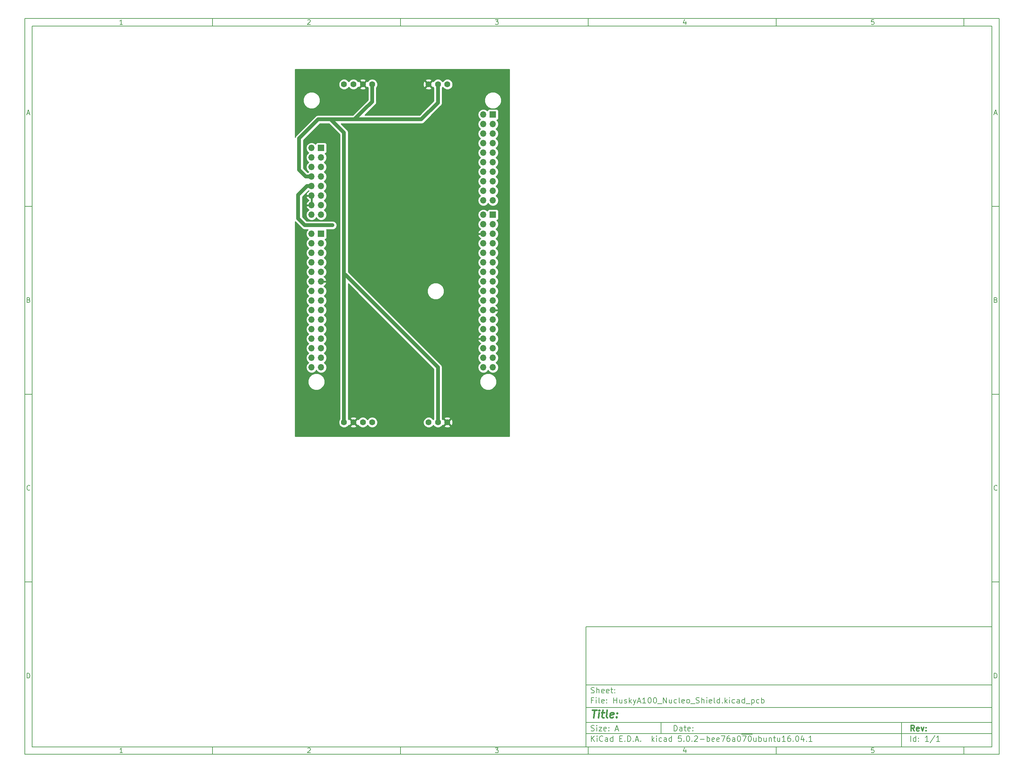
<source format=gbr>
G04 #@! TF.GenerationSoftware,KiCad,Pcbnew,5.0.2-bee76a0~70~ubuntu16.04.1*
G04 #@! TF.CreationDate,2019-02-15T17:44:48-05:00*
G04 #@! TF.ProjectId,HuskyA100_Nucleo_Shield,4875736b-7941-4313-9030-5f4e75636c65,rev?*
G04 #@! TF.SameCoordinates,Original*
G04 #@! TF.FileFunction,Copper,L2,Bot*
G04 #@! TF.FilePolarity,Positive*
%FSLAX46Y46*%
G04 Gerber Fmt 4.6, Leading zero omitted, Abs format (unit mm)*
G04 Created by KiCad (PCBNEW 5.0.2-bee76a0~70~ubuntu16.04.1) date Fri 15 Feb 2019 05:44:48 PM EST*
%MOMM*%
%LPD*%
G01*
G04 APERTURE LIST*
%ADD10C,0.100000*%
%ADD11C,0.150000*%
%ADD12C,0.300000*%
%ADD13C,0.400000*%
G04 #@! TA.AperFunction,ComponentPad*
%ADD14C,1.600000*%
G04 #@! TD*
G04 #@! TA.AperFunction,ComponentPad*
%ADD15R,1.700000X1.700000*%
G04 #@! TD*
G04 #@! TA.AperFunction,ComponentPad*
%ADD16O,1.700000X1.700000*%
G04 #@! TD*
G04 #@! TA.AperFunction,ViaPad*
%ADD17C,0.800000*%
G04 #@! TD*
G04 #@! TA.AperFunction,Conductor*
%ADD18C,1.000000*%
G04 #@! TD*
G04 #@! TA.AperFunction,Conductor*
%ADD19C,0.254000*%
G04 #@! TD*
G04 APERTURE END LIST*
D10*
D11*
X159400000Y-171900000D02*
X159400000Y-203900000D01*
X267400000Y-203900000D01*
X267400000Y-171900000D01*
X159400000Y-171900000D01*
D10*
D11*
X10000000Y-10000000D02*
X10000000Y-205900000D01*
X269400000Y-205900000D01*
X269400000Y-10000000D01*
X10000000Y-10000000D01*
D10*
D11*
X12000000Y-12000000D02*
X12000000Y-203900000D01*
X267400000Y-203900000D01*
X267400000Y-12000000D01*
X12000000Y-12000000D01*
D10*
D11*
X60000000Y-12000000D02*
X60000000Y-10000000D01*
D10*
D11*
X110000000Y-12000000D02*
X110000000Y-10000000D01*
D10*
D11*
X160000000Y-12000000D02*
X160000000Y-10000000D01*
D10*
D11*
X210000000Y-12000000D02*
X210000000Y-10000000D01*
D10*
D11*
X260000000Y-12000000D02*
X260000000Y-10000000D01*
D10*
D11*
X36065476Y-11588095D02*
X35322619Y-11588095D01*
X35694047Y-11588095D02*
X35694047Y-10288095D01*
X35570238Y-10473809D01*
X35446428Y-10597619D01*
X35322619Y-10659523D01*
D10*
D11*
X85322619Y-10411904D02*
X85384523Y-10350000D01*
X85508333Y-10288095D01*
X85817857Y-10288095D01*
X85941666Y-10350000D01*
X86003571Y-10411904D01*
X86065476Y-10535714D01*
X86065476Y-10659523D01*
X86003571Y-10845238D01*
X85260714Y-11588095D01*
X86065476Y-11588095D01*
D10*
D11*
X135260714Y-10288095D02*
X136065476Y-10288095D01*
X135632142Y-10783333D01*
X135817857Y-10783333D01*
X135941666Y-10845238D01*
X136003571Y-10907142D01*
X136065476Y-11030952D01*
X136065476Y-11340476D01*
X136003571Y-11464285D01*
X135941666Y-11526190D01*
X135817857Y-11588095D01*
X135446428Y-11588095D01*
X135322619Y-11526190D01*
X135260714Y-11464285D01*
D10*
D11*
X185941666Y-10721428D02*
X185941666Y-11588095D01*
X185632142Y-10226190D02*
X185322619Y-11154761D01*
X186127380Y-11154761D01*
D10*
D11*
X236003571Y-10288095D02*
X235384523Y-10288095D01*
X235322619Y-10907142D01*
X235384523Y-10845238D01*
X235508333Y-10783333D01*
X235817857Y-10783333D01*
X235941666Y-10845238D01*
X236003571Y-10907142D01*
X236065476Y-11030952D01*
X236065476Y-11340476D01*
X236003571Y-11464285D01*
X235941666Y-11526190D01*
X235817857Y-11588095D01*
X235508333Y-11588095D01*
X235384523Y-11526190D01*
X235322619Y-11464285D01*
D10*
D11*
X60000000Y-203900000D02*
X60000000Y-205900000D01*
D10*
D11*
X110000000Y-203900000D02*
X110000000Y-205900000D01*
D10*
D11*
X160000000Y-203900000D02*
X160000000Y-205900000D01*
D10*
D11*
X210000000Y-203900000D02*
X210000000Y-205900000D01*
D10*
D11*
X260000000Y-203900000D02*
X260000000Y-205900000D01*
D10*
D11*
X36065476Y-205488095D02*
X35322619Y-205488095D01*
X35694047Y-205488095D02*
X35694047Y-204188095D01*
X35570238Y-204373809D01*
X35446428Y-204497619D01*
X35322619Y-204559523D01*
D10*
D11*
X85322619Y-204311904D02*
X85384523Y-204250000D01*
X85508333Y-204188095D01*
X85817857Y-204188095D01*
X85941666Y-204250000D01*
X86003571Y-204311904D01*
X86065476Y-204435714D01*
X86065476Y-204559523D01*
X86003571Y-204745238D01*
X85260714Y-205488095D01*
X86065476Y-205488095D01*
D10*
D11*
X135260714Y-204188095D02*
X136065476Y-204188095D01*
X135632142Y-204683333D01*
X135817857Y-204683333D01*
X135941666Y-204745238D01*
X136003571Y-204807142D01*
X136065476Y-204930952D01*
X136065476Y-205240476D01*
X136003571Y-205364285D01*
X135941666Y-205426190D01*
X135817857Y-205488095D01*
X135446428Y-205488095D01*
X135322619Y-205426190D01*
X135260714Y-205364285D01*
D10*
D11*
X185941666Y-204621428D02*
X185941666Y-205488095D01*
X185632142Y-204126190D02*
X185322619Y-205054761D01*
X186127380Y-205054761D01*
D10*
D11*
X236003571Y-204188095D02*
X235384523Y-204188095D01*
X235322619Y-204807142D01*
X235384523Y-204745238D01*
X235508333Y-204683333D01*
X235817857Y-204683333D01*
X235941666Y-204745238D01*
X236003571Y-204807142D01*
X236065476Y-204930952D01*
X236065476Y-205240476D01*
X236003571Y-205364285D01*
X235941666Y-205426190D01*
X235817857Y-205488095D01*
X235508333Y-205488095D01*
X235384523Y-205426190D01*
X235322619Y-205364285D01*
D10*
D11*
X10000000Y-60000000D02*
X12000000Y-60000000D01*
D10*
D11*
X10000000Y-110000000D02*
X12000000Y-110000000D01*
D10*
D11*
X10000000Y-160000000D02*
X12000000Y-160000000D01*
D10*
D11*
X10690476Y-35216666D02*
X11309523Y-35216666D01*
X10566666Y-35588095D02*
X11000000Y-34288095D01*
X11433333Y-35588095D01*
D10*
D11*
X11092857Y-84907142D02*
X11278571Y-84969047D01*
X11340476Y-85030952D01*
X11402380Y-85154761D01*
X11402380Y-85340476D01*
X11340476Y-85464285D01*
X11278571Y-85526190D01*
X11154761Y-85588095D01*
X10659523Y-85588095D01*
X10659523Y-84288095D01*
X11092857Y-84288095D01*
X11216666Y-84350000D01*
X11278571Y-84411904D01*
X11340476Y-84535714D01*
X11340476Y-84659523D01*
X11278571Y-84783333D01*
X11216666Y-84845238D01*
X11092857Y-84907142D01*
X10659523Y-84907142D01*
D10*
D11*
X11402380Y-135464285D02*
X11340476Y-135526190D01*
X11154761Y-135588095D01*
X11030952Y-135588095D01*
X10845238Y-135526190D01*
X10721428Y-135402380D01*
X10659523Y-135278571D01*
X10597619Y-135030952D01*
X10597619Y-134845238D01*
X10659523Y-134597619D01*
X10721428Y-134473809D01*
X10845238Y-134350000D01*
X11030952Y-134288095D01*
X11154761Y-134288095D01*
X11340476Y-134350000D01*
X11402380Y-134411904D01*
D10*
D11*
X10659523Y-185588095D02*
X10659523Y-184288095D01*
X10969047Y-184288095D01*
X11154761Y-184350000D01*
X11278571Y-184473809D01*
X11340476Y-184597619D01*
X11402380Y-184845238D01*
X11402380Y-185030952D01*
X11340476Y-185278571D01*
X11278571Y-185402380D01*
X11154761Y-185526190D01*
X10969047Y-185588095D01*
X10659523Y-185588095D01*
D10*
D11*
X269400000Y-60000000D02*
X267400000Y-60000000D01*
D10*
D11*
X269400000Y-110000000D02*
X267400000Y-110000000D01*
D10*
D11*
X269400000Y-160000000D02*
X267400000Y-160000000D01*
D10*
D11*
X268090476Y-35216666D02*
X268709523Y-35216666D01*
X267966666Y-35588095D02*
X268400000Y-34288095D01*
X268833333Y-35588095D01*
D10*
D11*
X268492857Y-84907142D02*
X268678571Y-84969047D01*
X268740476Y-85030952D01*
X268802380Y-85154761D01*
X268802380Y-85340476D01*
X268740476Y-85464285D01*
X268678571Y-85526190D01*
X268554761Y-85588095D01*
X268059523Y-85588095D01*
X268059523Y-84288095D01*
X268492857Y-84288095D01*
X268616666Y-84350000D01*
X268678571Y-84411904D01*
X268740476Y-84535714D01*
X268740476Y-84659523D01*
X268678571Y-84783333D01*
X268616666Y-84845238D01*
X268492857Y-84907142D01*
X268059523Y-84907142D01*
D10*
D11*
X268802380Y-135464285D02*
X268740476Y-135526190D01*
X268554761Y-135588095D01*
X268430952Y-135588095D01*
X268245238Y-135526190D01*
X268121428Y-135402380D01*
X268059523Y-135278571D01*
X267997619Y-135030952D01*
X267997619Y-134845238D01*
X268059523Y-134597619D01*
X268121428Y-134473809D01*
X268245238Y-134350000D01*
X268430952Y-134288095D01*
X268554761Y-134288095D01*
X268740476Y-134350000D01*
X268802380Y-134411904D01*
D10*
D11*
X268059523Y-185588095D02*
X268059523Y-184288095D01*
X268369047Y-184288095D01*
X268554761Y-184350000D01*
X268678571Y-184473809D01*
X268740476Y-184597619D01*
X268802380Y-184845238D01*
X268802380Y-185030952D01*
X268740476Y-185278571D01*
X268678571Y-185402380D01*
X268554761Y-185526190D01*
X268369047Y-185588095D01*
X268059523Y-185588095D01*
D10*
D11*
X182832142Y-199678571D02*
X182832142Y-198178571D01*
X183189285Y-198178571D01*
X183403571Y-198250000D01*
X183546428Y-198392857D01*
X183617857Y-198535714D01*
X183689285Y-198821428D01*
X183689285Y-199035714D01*
X183617857Y-199321428D01*
X183546428Y-199464285D01*
X183403571Y-199607142D01*
X183189285Y-199678571D01*
X182832142Y-199678571D01*
X184975000Y-199678571D02*
X184975000Y-198892857D01*
X184903571Y-198750000D01*
X184760714Y-198678571D01*
X184475000Y-198678571D01*
X184332142Y-198750000D01*
X184975000Y-199607142D02*
X184832142Y-199678571D01*
X184475000Y-199678571D01*
X184332142Y-199607142D01*
X184260714Y-199464285D01*
X184260714Y-199321428D01*
X184332142Y-199178571D01*
X184475000Y-199107142D01*
X184832142Y-199107142D01*
X184975000Y-199035714D01*
X185475000Y-198678571D02*
X186046428Y-198678571D01*
X185689285Y-198178571D02*
X185689285Y-199464285D01*
X185760714Y-199607142D01*
X185903571Y-199678571D01*
X186046428Y-199678571D01*
X187117857Y-199607142D02*
X186975000Y-199678571D01*
X186689285Y-199678571D01*
X186546428Y-199607142D01*
X186475000Y-199464285D01*
X186475000Y-198892857D01*
X186546428Y-198750000D01*
X186689285Y-198678571D01*
X186975000Y-198678571D01*
X187117857Y-198750000D01*
X187189285Y-198892857D01*
X187189285Y-199035714D01*
X186475000Y-199178571D01*
X187832142Y-199535714D02*
X187903571Y-199607142D01*
X187832142Y-199678571D01*
X187760714Y-199607142D01*
X187832142Y-199535714D01*
X187832142Y-199678571D01*
X187832142Y-198750000D02*
X187903571Y-198821428D01*
X187832142Y-198892857D01*
X187760714Y-198821428D01*
X187832142Y-198750000D01*
X187832142Y-198892857D01*
D10*
D11*
X159400000Y-200400000D02*
X267400000Y-200400000D01*
D10*
D11*
X160832142Y-202478571D02*
X160832142Y-200978571D01*
X161689285Y-202478571D02*
X161046428Y-201621428D01*
X161689285Y-200978571D02*
X160832142Y-201835714D01*
X162332142Y-202478571D02*
X162332142Y-201478571D01*
X162332142Y-200978571D02*
X162260714Y-201050000D01*
X162332142Y-201121428D01*
X162403571Y-201050000D01*
X162332142Y-200978571D01*
X162332142Y-201121428D01*
X163903571Y-202335714D02*
X163832142Y-202407142D01*
X163617857Y-202478571D01*
X163475000Y-202478571D01*
X163260714Y-202407142D01*
X163117857Y-202264285D01*
X163046428Y-202121428D01*
X162975000Y-201835714D01*
X162975000Y-201621428D01*
X163046428Y-201335714D01*
X163117857Y-201192857D01*
X163260714Y-201050000D01*
X163475000Y-200978571D01*
X163617857Y-200978571D01*
X163832142Y-201050000D01*
X163903571Y-201121428D01*
X165189285Y-202478571D02*
X165189285Y-201692857D01*
X165117857Y-201550000D01*
X164975000Y-201478571D01*
X164689285Y-201478571D01*
X164546428Y-201550000D01*
X165189285Y-202407142D02*
X165046428Y-202478571D01*
X164689285Y-202478571D01*
X164546428Y-202407142D01*
X164475000Y-202264285D01*
X164475000Y-202121428D01*
X164546428Y-201978571D01*
X164689285Y-201907142D01*
X165046428Y-201907142D01*
X165189285Y-201835714D01*
X166546428Y-202478571D02*
X166546428Y-200978571D01*
X166546428Y-202407142D02*
X166403571Y-202478571D01*
X166117857Y-202478571D01*
X165975000Y-202407142D01*
X165903571Y-202335714D01*
X165832142Y-202192857D01*
X165832142Y-201764285D01*
X165903571Y-201621428D01*
X165975000Y-201550000D01*
X166117857Y-201478571D01*
X166403571Y-201478571D01*
X166546428Y-201550000D01*
X168403571Y-201692857D02*
X168903571Y-201692857D01*
X169117857Y-202478571D02*
X168403571Y-202478571D01*
X168403571Y-200978571D01*
X169117857Y-200978571D01*
X169760714Y-202335714D02*
X169832142Y-202407142D01*
X169760714Y-202478571D01*
X169689285Y-202407142D01*
X169760714Y-202335714D01*
X169760714Y-202478571D01*
X170475000Y-202478571D02*
X170475000Y-200978571D01*
X170832142Y-200978571D01*
X171046428Y-201050000D01*
X171189285Y-201192857D01*
X171260714Y-201335714D01*
X171332142Y-201621428D01*
X171332142Y-201835714D01*
X171260714Y-202121428D01*
X171189285Y-202264285D01*
X171046428Y-202407142D01*
X170832142Y-202478571D01*
X170475000Y-202478571D01*
X171975000Y-202335714D02*
X172046428Y-202407142D01*
X171975000Y-202478571D01*
X171903571Y-202407142D01*
X171975000Y-202335714D01*
X171975000Y-202478571D01*
X172617857Y-202050000D02*
X173332142Y-202050000D01*
X172475000Y-202478571D02*
X172975000Y-200978571D01*
X173475000Y-202478571D01*
X173975000Y-202335714D02*
X174046428Y-202407142D01*
X173975000Y-202478571D01*
X173903571Y-202407142D01*
X173975000Y-202335714D01*
X173975000Y-202478571D01*
X176975000Y-202478571D02*
X176975000Y-200978571D01*
X177117857Y-201907142D02*
X177546428Y-202478571D01*
X177546428Y-201478571D02*
X176975000Y-202050000D01*
X178189285Y-202478571D02*
X178189285Y-201478571D01*
X178189285Y-200978571D02*
X178117857Y-201050000D01*
X178189285Y-201121428D01*
X178260714Y-201050000D01*
X178189285Y-200978571D01*
X178189285Y-201121428D01*
X179546428Y-202407142D02*
X179403571Y-202478571D01*
X179117857Y-202478571D01*
X178975000Y-202407142D01*
X178903571Y-202335714D01*
X178832142Y-202192857D01*
X178832142Y-201764285D01*
X178903571Y-201621428D01*
X178975000Y-201550000D01*
X179117857Y-201478571D01*
X179403571Y-201478571D01*
X179546428Y-201550000D01*
X180832142Y-202478571D02*
X180832142Y-201692857D01*
X180760714Y-201550000D01*
X180617857Y-201478571D01*
X180332142Y-201478571D01*
X180189285Y-201550000D01*
X180832142Y-202407142D02*
X180689285Y-202478571D01*
X180332142Y-202478571D01*
X180189285Y-202407142D01*
X180117857Y-202264285D01*
X180117857Y-202121428D01*
X180189285Y-201978571D01*
X180332142Y-201907142D01*
X180689285Y-201907142D01*
X180832142Y-201835714D01*
X182189285Y-202478571D02*
X182189285Y-200978571D01*
X182189285Y-202407142D02*
X182046428Y-202478571D01*
X181760714Y-202478571D01*
X181617857Y-202407142D01*
X181546428Y-202335714D01*
X181475000Y-202192857D01*
X181475000Y-201764285D01*
X181546428Y-201621428D01*
X181617857Y-201550000D01*
X181760714Y-201478571D01*
X182046428Y-201478571D01*
X182189285Y-201550000D01*
X184760714Y-200978571D02*
X184046428Y-200978571D01*
X183975000Y-201692857D01*
X184046428Y-201621428D01*
X184189285Y-201550000D01*
X184546428Y-201550000D01*
X184689285Y-201621428D01*
X184760714Y-201692857D01*
X184832142Y-201835714D01*
X184832142Y-202192857D01*
X184760714Y-202335714D01*
X184689285Y-202407142D01*
X184546428Y-202478571D01*
X184189285Y-202478571D01*
X184046428Y-202407142D01*
X183975000Y-202335714D01*
X185475000Y-202335714D02*
X185546428Y-202407142D01*
X185475000Y-202478571D01*
X185403571Y-202407142D01*
X185475000Y-202335714D01*
X185475000Y-202478571D01*
X186475000Y-200978571D02*
X186617857Y-200978571D01*
X186760714Y-201050000D01*
X186832142Y-201121428D01*
X186903571Y-201264285D01*
X186975000Y-201550000D01*
X186975000Y-201907142D01*
X186903571Y-202192857D01*
X186832142Y-202335714D01*
X186760714Y-202407142D01*
X186617857Y-202478571D01*
X186475000Y-202478571D01*
X186332142Y-202407142D01*
X186260714Y-202335714D01*
X186189285Y-202192857D01*
X186117857Y-201907142D01*
X186117857Y-201550000D01*
X186189285Y-201264285D01*
X186260714Y-201121428D01*
X186332142Y-201050000D01*
X186475000Y-200978571D01*
X187617857Y-202335714D02*
X187689285Y-202407142D01*
X187617857Y-202478571D01*
X187546428Y-202407142D01*
X187617857Y-202335714D01*
X187617857Y-202478571D01*
X188260714Y-201121428D02*
X188332142Y-201050000D01*
X188475000Y-200978571D01*
X188832142Y-200978571D01*
X188975000Y-201050000D01*
X189046428Y-201121428D01*
X189117857Y-201264285D01*
X189117857Y-201407142D01*
X189046428Y-201621428D01*
X188189285Y-202478571D01*
X189117857Y-202478571D01*
X189760714Y-201907142D02*
X190903571Y-201907142D01*
X191617857Y-202478571D02*
X191617857Y-200978571D01*
X191617857Y-201550000D02*
X191760714Y-201478571D01*
X192046428Y-201478571D01*
X192189285Y-201550000D01*
X192260714Y-201621428D01*
X192332142Y-201764285D01*
X192332142Y-202192857D01*
X192260714Y-202335714D01*
X192189285Y-202407142D01*
X192046428Y-202478571D01*
X191760714Y-202478571D01*
X191617857Y-202407142D01*
X193546428Y-202407142D02*
X193403571Y-202478571D01*
X193117857Y-202478571D01*
X192975000Y-202407142D01*
X192903571Y-202264285D01*
X192903571Y-201692857D01*
X192975000Y-201550000D01*
X193117857Y-201478571D01*
X193403571Y-201478571D01*
X193546428Y-201550000D01*
X193617857Y-201692857D01*
X193617857Y-201835714D01*
X192903571Y-201978571D01*
X194832142Y-202407142D02*
X194689285Y-202478571D01*
X194403571Y-202478571D01*
X194260714Y-202407142D01*
X194189285Y-202264285D01*
X194189285Y-201692857D01*
X194260714Y-201550000D01*
X194403571Y-201478571D01*
X194689285Y-201478571D01*
X194832142Y-201550000D01*
X194903571Y-201692857D01*
X194903571Y-201835714D01*
X194189285Y-201978571D01*
X195403571Y-200978571D02*
X196403571Y-200978571D01*
X195760714Y-202478571D01*
X197617857Y-200978571D02*
X197332142Y-200978571D01*
X197189285Y-201050000D01*
X197117857Y-201121428D01*
X196975000Y-201335714D01*
X196903571Y-201621428D01*
X196903571Y-202192857D01*
X196975000Y-202335714D01*
X197046428Y-202407142D01*
X197189285Y-202478571D01*
X197475000Y-202478571D01*
X197617857Y-202407142D01*
X197689285Y-202335714D01*
X197760714Y-202192857D01*
X197760714Y-201835714D01*
X197689285Y-201692857D01*
X197617857Y-201621428D01*
X197475000Y-201550000D01*
X197189285Y-201550000D01*
X197046428Y-201621428D01*
X196975000Y-201692857D01*
X196903571Y-201835714D01*
X199046428Y-202478571D02*
X199046428Y-201692857D01*
X198975000Y-201550000D01*
X198832142Y-201478571D01*
X198546428Y-201478571D01*
X198403571Y-201550000D01*
X199046428Y-202407142D02*
X198903571Y-202478571D01*
X198546428Y-202478571D01*
X198403571Y-202407142D01*
X198332142Y-202264285D01*
X198332142Y-202121428D01*
X198403571Y-201978571D01*
X198546428Y-201907142D01*
X198903571Y-201907142D01*
X199046428Y-201835714D01*
X200046428Y-200978571D02*
X200189285Y-200978571D01*
X200332142Y-201050000D01*
X200403571Y-201121428D01*
X200475000Y-201264285D01*
X200546428Y-201550000D01*
X200546428Y-201907142D01*
X200475000Y-202192857D01*
X200403571Y-202335714D01*
X200332142Y-202407142D01*
X200189285Y-202478571D01*
X200046428Y-202478571D01*
X199903571Y-202407142D01*
X199832142Y-202335714D01*
X199760714Y-202192857D01*
X199689285Y-201907142D01*
X199689285Y-201550000D01*
X199760714Y-201264285D01*
X199832142Y-201121428D01*
X199903571Y-201050000D01*
X200046428Y-200978571D01*
X200832142Y-200570000D02*
X202260714Y-200570000D01*
X201046428Y-200978571D02*
X202046428Y-200978571D01*
X201403571Y-202478571D01*
X202260714Y-200570000D02*
X203689285Y-200570000D01*
X202903571Y-200978571D02*
X203046428Y-200978571D01*
X203189285Y-201050000D01*
X203260714Y-201121428D01*
X203332142Y-201264285D01*
X203403571Y-201550000D01*
X203403571Y-201907142D01*
X203332142Y-202192857D01*
X203260714Y-202335714D01*
X203189285Y-202407142D01*
X203046428Y-202478571D01*
X202903571Y-202478571D01*
X202760714Y-202407142D01*
X202689285Y-202335714D01*
X202617857Y-202192857D01*
X202546428Y-201907142D01*
X202546428Y-201550000D01*
X202617857Y-201264285D01*
X202689285Y-201121428D01*
X202760714Y-201050000D01*
X202903571Y-200978571D01*
X204689285Y-201478571D02*
X204689285Y-202478571D01*
X204046428Y-201478571D02*
X204046428Y-202264285D01*
X204117857Y-202407142D01*
X204260714Y-202478571D01*
X204475000Y-202478571D01*
X204617857Y-202407142D01*
X204689285Y-202335714D01*
X205403571Y-202478571D02*
X205403571Y-200978571D01*
X205403571Y-201550000D02*
X205546428Y-201478571D01*
X205832142Y-201478571D01*
X205975000Y-201550000D01*
X206046428Y-201621428D01*
X206117857Y-201764285D01*
X206117857Y-202192857D01*
X206046428Y-202335714D01*
X205975000Y-202407142D01*
X205832142Y-202478571D01*
X205546428Y-202478571D01*
X205403571Y-202407142D01*
X207403571Y-201478571D02*
X207403571Y-202478571D01*
X206760714Y-201478571D02*
X206760714Y-202264285D01*
X206832142Y-202407142D01*
X206975000Y-202478571D01*
X207189285Y-202478571D01*
X207332142Y-202407142D01*
X207403571Y-202335714D01*
X208117857Y-201478571D02*
X208117857Y-202478571D01*
X208117857Y-201621428D02*
X208189285Y-201550000D01*
X208332142Y-201478571D01*
X208546428Y-201478571D01*
X208689285Y-201550000D01*
X208760714Y-201692857D01*
X208760714Y-202478571D01*
X209260714Y-201478571D02*
X209832142Y-201478571D01*
X209475000Y-200978571D02*
X209475000Y-202264285D01*
X209546428Y-202407142D01*
X209689285Y-202478571D01*
X209832142Y-202478571D01*
X210975000Y-201478571D02*
X210975000Y-202478571D01*
X210332142Y-201478571D02*
X210332142Y-202264285D01*
X210403571Y-202407142D01*
X210546428Y-202478571D01*
X210760714Y-202478571D01*
X210903571Y-202407142D01*
X210975000Y-202335714D01*
X212475000Y-202478571D02*
X211617857Y-202478571D01*
X212046428Y-202478571D02*
X212046428Y-200978571D01*
X211903571Y-201192857D01*
X211760714Y-201335714D01*
X211617857Y-201407142D01*
X213760714Y-200978571D02*
X213475000Y-200978571D01*
X213332142Y-201050000D01*
X213260714Y-201121428D01*
X213117857Y-201335714D01*
X213046428Y-201621428D01*
X213046428Y-202192857D01*
X213117857Y-202335714D01*
X213189285Y-202407142D01*
X213332142Y-202478571D01*
X213617857Y-202478571D01*
X213760714Y-202407142D01*
X213832142Y-202335714D01*
X213903571Y-202192857D01*
X213903571Y-201835714D01*
X213832142Y-201692857D01*
X213760714Y-201621428D01*
X213617857Y-201550000D01*
X213332142Y-201550000D01*
X213189285Y-201621428D01*
X213117857Y-201692857D01*
X213046428Y-201835714D01*
X214546428Y-202335714D02*
X214617857Y-202407142D01*
X214546428Y-202478571D01*
X214475000Y-202407142D01*
X214546428Y-202335714D01*
X214546428Y-202478571D01*
X215546428Y-200978571D02*
X215689285Y-200978571D01*
X215832142Y-201050000D01*
X215903571Y-201121428D01*
X215975000Y-201264285D01*
X216046428Y-201550000D01*
X216046428Y-201907142D01*
X215975000Y-202192857D01*
X215903571Y-202335714D01*
X215832142Y-202407142D01*
X215689285Y-202478571D01*
X215546428Y-202478571D01*
X215403571Y-202407142D01*
X215332142Y-202335714D01*
X215260714Y-202192857D01*
X215189285Y-201907142D01*
X215189285Y-201550000D01*
X215260714Y-201264285D01*
X215332142Y-201121428D01*
X215403571Y-201050000D01*
X215546428Y-200978571D01*
X217332142Y-201478571D02*
X217332142Y-202478571D01*
X216975000Y-200907142D02*
X216617857Y-201978571D01*
X217546428Y-201978571D01*
X218117857Y-202335714D02*
X218189285Y-202407142D01*
X218117857Y-202478571D01*
X218046428Y-202407142D01*
X218117857Y-202335714D01*
X218117857Y-202478571D01*
X219617857Y-202478571D02*
X218760714Y-202478571D01*
X219189285Y-202478571D02*
X219189285Y-200978571D01*
X219046428Y-201192857D01*
X218903571Y-201335714D01*
X218760714Y-201407142D01*
D10*
D11*
X159400000Y-197400000D02*
X267400000Y-197400000D01*
D10*
D12*
X246809285Y-199678571D02*
X246309285Y-198964285D01*
X245952142Y-199678571D02*
X245952142Y-198178571D01*
X246523571Y-198178571D01*
X246666428Y-198250000D01*
X246737857Y-198321428D01*
X246809285Y-198464285D01*
X246809285Y-198678571D01*
X246737857Y-198821428D01*
X246666428Y-198892857D01*
X246523571Y-198964285D01*
X245952142Y-198964285D01*
X248023571Y-199607142D02*
X247880714Y-199678571D01*
X247595000Y-199678571D01*
X247452142Y-199607142D01*
X247380714Y-199464285D01*
X247380714Y-198892857D01*
X247452142Y-198750000D01*
X247595000Y-198678571D01*
X247880714Y-198678571D01*
X248023571Y-198750000D01*
X248095000Y-198892857D01*
X248095000Y-199035714D01*
X247380714Y-199178571D01*
X248595000Y-198678571D02*
X248952142Y-199678571D01*
X249309285Y-198678571D01*
X249880714Y-199535714D02*
X249952142Y-199607142D01*
X249880714Y-199678571D01*
X249809285Y-199607142D01*
X249880714Y-199535714D01*
X249880714Y-199678571D01*
X249880714Y-198750000D02*
X249952142Y-198821428D01*
X249880714Y-198892857D01*
X249809285Y-198821428D01*
X249880714Y-198750000D01*
X249880714Y-198892857D01*
D10*
D11*
X160760714Y-199607142D02*
X160975000Y-199678571D01*
X161332142Y-199678571D01*
X161475000Y-199607142D01*
X161546428Y-199535714D01*
X161617857Y-199392857D01*
X161617857Y-199250000D01*
X161546428Y-199107142D01*
X161475000Y-199035714D01*
X161332142Y-198964285D01*
X161046428Y-198892857D01*
X160903571Y-198821428D01*
X160832142Y-198750000D01*
X160760714Y-198607142D01*
X160760714Y-198464285D01*
X160832142Y-198321428D01*
X160903571Y-198250000D01*
X161046428Y-198178571D01*
X161403571Y-198178571D01*
X161617857Y-198250000D01*
X162260714Y-199678571D02*
X162260714Y-198678571D01*
X162260714Y-198178571D02*
X162189285Y-198250000D01*
X162260714Y-198321428D01*
X162332142Y-198250000D01*
X162260714Y-198178571D01*
X162260714Y-198321428D01*
X162832142Y-198678571D02*
X163617857Y-198678571D01*
X162832142Y-199678571D01*
X163617857Y-199678571D01*
X164760714Y-199607142D02*
X164617857Y-199678571D01*
X164332142Y-199678571D01*
X164189285Y-199607142D01*
X164117857Y-199464285D01*
X164117857Y-198892857D01*
X164189285Y-198750000D01*
X164332142Y-198678571D01*
X164617857Y-198678571D01*
X164760714Y-198750000D01*
X164832142Y-198892857D01*
X164832142Y-199035714D01*
X164117857Y-199178571D01*
X165475000Y-199535714D02*
X165546428Y-199607142D01*
X165475000Y-199678571D01*
X165403571Y-199607142D01*
X165475000Y-199535714D01*
X165475000Y-199678571D01*
X165475000Y-198750000D02*
X165546428Y-198821428D01*
X165475000Y-198892857D01*
X165403571Y-198821428D01*
X165475000Y-198750000D01*
X165475000Y-198892857D01*
X167260714Y-199250000D02*
X167975000Y-199250000D01*
X167117857Y-199678571D02*
X167617857Y-198178571D01*
X168117857Y-199678571D01*
D10*
D11*
X245832142Y-202478571D02*
X245832142Y-200978571D01*
X247189285Y-202478571D02*
X247189285Y-200978571D01*
X247189285Y-202407142D02*
X247046428Y-202478571D01*
X246760714Y-202478571D01*
X246617857Y-202407142D01*
X246546428Y-202335714D01*
X246475000Y-202192857D01*
X246475000Y-201764285D01*
X246546428Y-201621428D01*
X246617857Y-201550000D01*
X246760714Y-201478571D01*
X247046428Y-201478571D01*
X247189285Y-201550000D01*
X247903571Y-202335714D02*
X247975000Y-202407142D01*
X247903571Y-202478571D01*
X247832142Y-202407142D01*
X247903571Y-202335714D01*
X247903571Y-202478571D01*
X247903571Y-201550000D02*
X247975000Y-201621428D01*
X247903571Y-201692857D01*
X247832142Y-201621428D01*
X247903571Y-201550000D01*
X247903571Y-201692857D01*
X250546428Y-202478571D02*
X249689285Y-202478571D01*
X250117857Y-202478571D02*
X250117857Y-200978571D01*
X249975000Y-201192857D01*
X249832142Y-201335714D01*
X249689285Y-201407142D01*
X252260714Y-200907142D02*
X250975000Y-202835714D01*
X253546428Y-202478571D02*
X252689285Y-202478571D01*
X253117857Y-202478571D02*
X253117857Y-200978571D01*
X252975000Y-201192857D01*
X252832142Y-201335714D01*
X252689285Y-201407142D01*
D10*
D11*
X159400000Y-193400000D02*
X267400000Y-193400000D01*
D10*
D13*
X161112380Y-194104761D02*
X162255238Y-194104761D01*
X161433809Y-196104761D02*
X161683809Y-194104761D01*
X162671904Y-196104761D02*
X162838571Y-194771428D01*
X162921904Y-194104761D02*
X162814761Y-194200000D01*
X162898095Y-194295238D01*
X163005238Y-194200000D01*
X162921904Y-194104761D01*
X162898095Y-194295238D01*
X163505238Y-194771428D02*
X164267142Y-194771428D01*
X163874285Y-194104761D02*
X163660000Y-195819047D01*
X163731428Y-196009523D01*
X163910000Y-196104761D01*
X164100476Y-196104761D01*
X165052857Y-196104761D02*
X164874285Y-196009523D01*
X164802857Y-195819047D01*
X165017142Y-194104761D01*
X166588571Y-196009523D02*
X166386190Y-196104761D01*
X166005238Y-196104761D01*
X165826666Y-196009523D01*
X165755238Y-195819047D01*
X165850476Y-195057142D01*
X165969523Y-194866666D01*
X166171904Y-194771428D01*
X166552857Y-194771428D01*
X166731428Y-194866666D01*
X166802857Y-195057142D01*
X166779047Y-195247619D01*
X165802857Y-195438095D01*
X167552857Y-195914285D02*
X167636190Y-196009523D01*
X167529047Y-196104761D01*
X167445714Y-196009523D01*
X167552857Y-195914285D01*
X167529047Y-196104761D01*
X167683809Y-194866666D02*
X167767142Y-194961904D01*
X167660000Y-195057142D01*
X167576666Y-194961904D01*
X167683809Y-194866666D01*
X167660000Y-195057142D01*
D10*
D11*
X161332142Y-191492857D02*
X160832142Y-191492857D01*
X160832142Y-192278571D02*
X160832142Y-190778571D01*
X161546428Y-190778571D01*
X162117857Y-192278571D02*
X162117857Y-191278571D01*
X162117857Y-190778571D02*
X162046428Y-190850000D01*
X162117857Y-190921428D01*
X162189285Y-190850000D01*
X162117857Y-190778571D01*
X162117857Y-190921428D01*
X163046428Y-192278571D02*
X162903571Y-192207142D01*
X162832142Y-192064285D01*
X162832142Y-190778571D01*
X164189285Y-192207142D02*
X164046428Y-192278571D01*
X163760714Y-192278571D01*
X163617857Y-192207142D01*
X163546428Y-192064285D01*
X163546428Y-191492857D01*
X163617857Y-191350000D01*
X163760714Y-191278571D01*
X164046428Y-191278571D01*
X164189285Y-191350000D01*
X164260714Y-191492857D01*
X164260714Y-191635714D01*
X163546428Y-191778571D01*
X164903571Y-192135714D02*
X164975000Y-192207142D01*
X164903571Y-192278571D01*
X164832142Y-192207142D01*
X164903571Y-192135714D01*
X164903571Y-192278571D01*
X164903571Y-191350000D02*
X164975000Y-191421428D01*
X164903571Y-191492857D01*
X164832142Y-191421428D01*
X164903571Y-191350000D01*
X164903571Y-191492857D01*
X166760714Y-192278571D02*
X166760714Y-190778571D01*
X166760714Y-191492857D02*
X167617857Y-191492857D01*
X167617857Y-192278571D02*
X167617857Y-190778571D01*
X168975000Y-191278571D02*
X168975000Y-192278571D01*
X168332142Y-191278571D02*
X168332142Y-192064285D01*
X168403571Y-192207142D01*
X168546428Y-192278571D01*
X168760714Y-192278571D01*
X168903571Y-192207142D01*
X168975000Y-192135714D01*
X169617857Y-192207142D02*
X169760714Y-192278571D01*
X170046428Y-192278571D01*
X170189285Y-192207142D01*
X170260714Y-192064285D01*
X170260714Y-191992857D01*
X170189285Y-191850000D01*
X170046428Y-191778571D01*
X169832142Y-191778571D01*
X169689285Y-191707142D01*
X169617857Y-191564285D01*
X169617857Y-191492857D01*
X169689285Y-191350000D01*
X169832142Y-191278571D01*
X170046428Y-191278571D01*
X170189285Y-191350000D01*
X170903571Y-192278571D02*
X170903571Y-190778571D01*
X171046428Y-191707142D02*
X171475000Y-192278571D01*
X171475000Y-191278571D02*
X170903571Y-191850000D01*
X171975000Y-191278571D02*
X172332142Y-192278571D01*
X172689285Y-191278571D02*
X172332142Y-192278571D01*
X172189285Y-192635714D01*
X172117857Y-192707142D01*
X171975000Y-192778571D01*
X173189285Y-191850000D02*
X173903571Y-191850000D01*
X173046428Y-192278571D02*
X173546428Y-190778571D01*
X174046428Y-192278571D01*
X175332142Y-192278571D02*
X174475000Y-192278571D01*
X174903571Y-192278571D02*
X174903571Y-190778571D01*
X174760714Y-190992857D01*
X174617857Y-191135714D01*
X174475000Y-191207142D01*
X176260714Y-190778571D02*
X176403571Y-190778571D01*
X176546428Y-190850000D01*
X176617857Y-190921428D01*
X176689285Y-191064285D01*
X176760714Y-191350000D01*
X176760714Y-191707142D01*
X176689285Y-191992857D01*
X176617857Y-192135714D01*
X176546428Y-192207142D01*
X176403571Y-192278571D01*
X176260714Y-192278571D01*
X176117857Y-192207142D01*
X176046428Y-192135714D01*
X175975000Y-191992857D01*
X175903571Y-191707142D01*
X175903571Y-191350000D01*
X175975000Y-191064285D01*
X176046428Y-190921428D01*
X176117857Y-190850000D01*
X176260714Y-190778571D01*
X177689285Y-190778571D02*
X177832142Y-190778571D01*
X177975000Y-190850000D01*
X178046428Y-190921428D01*
X178117857Y-191064285D01*
X178189285Y-191350000D01*
X178189285Y-191707142D01*
X178117857Y-191992857D01*
X178046428Y-192135714D01*
X177975000Y-192207142D01*
X177832142Y-192278571D01*
X177689285Y-192278571D01*
X177546428Y-192207142D01*
X177475000Y-192135714D01*
X177403571Y-191992857D01*
X177332142Y-191707142D01*
X177332142Y-191350000D01*
X177403571Y-191064285D01*
X177475000Y-190921428D01*
X177546428Y-190850000D01*
X177689285Y-190778571D01*
X178475000Y-192421428D02*
X179617857Y-192421428D01*
X179975000Y-192278571D02*
X179975000Y-190778571D01*
X180832142Y-192278571D01*
X180832142Y-190778571D01*
X182189285Y-191278571D02*
X182189285Y-192278571D01*
X181546428Y-191278571D02*
X181546428Y-192064285D01*
X181617857Y-192207142D01*
X181760714Y-192278571D01*
X181975000Y-192278571D01*
X182117857Y-192207142D01*
X182189285Y-192135714D01*
X183546428Y-192207142D02*
X183403571Y-192278571D01*
X183117857Y-192278571D01*
X182975000Y-192207142D01*
X182903571Y-192135714D01*
X182832142Y-191992857D01*
X182832142Y-191564285D01*
X182903571Y-191421428D01*
X182975000Y-191350000D01*
X183117857Y-191278571D01*
X183403571Y-191278571D01*
X183546428Y-191350000D01*
X184403571Y-192278571D02*
X184260714Y-192207142D01*
X184189285Y-192064285D01*
X184189285Y-190778571D01*
X185546428Y-192207142D02*
X185403571Y-192278571D01*
X185117857Y-192278571D01*
X184975000Y-192207142D01*
X184903571Y-192064285D01*
X184903571Y-191492857D01*
X184975000Y-191350000D01*
X185117857Y-191278571D01*
X185403571Y-191278571D01*
X185546428Y-191350000D01*
X185617857Y-191492857D01*
X185617857Y-191635714D01*
X184903571Y-191778571D01*
X186475000Y-192278571D02*
X186332142Y-192207142D01*
X186260714Y-192135714D01*
X186189285Y-191992857D01*
X186189285Y-191564285D01*
X186260714Y-191421428D01*
X186332142Y-191350000D01*
X186475000Y-191278571D01*
X186689285Y-191278571D01*
X186832142Y-191350000D01*
X186903571Y-191421428D01*
X186975000Y-191564285D01*
X186975000Y-191992857D01*
X186903571Y-192135714D01*
X186832142Y-192207142D01*
X186689285Y-192278571D01*
X186475000Y-192278571D01*
X187260714Y-192421428D02*
X188403571Y-192421428D01*
X188689285Y-192207142D02*
X188903571Y-192278571D01*
X189260714Y-192278571D01*
X189403571Y-192207142D01*
X189475000Y-192135714D01*
X189546428Y-191992857D01*
X189546428Y-191850000D01*
X189475000Y-191707142D01*
X189403571Y-191635714D01*
X189260714Y-191564285D01*
X188975000Y-191492857D01*
X188832142Y-191421428D01*
X188760714Y-191350000D01*
X188689285Y-191207142D01*
X188689285Y-191064285D01*
X188760714Y-190921428D01*
X188832142Y-190850000D01*
X188975000Y-190778571D01*
X189332142Y-190778571D01*
X189546428Y-190850000D01*
X190189285Y-192278571D02*
X190189285Y-190778571D01*
X190832142Y-192278571D02*
X190832142Y-191492857D01*
X190760714Y-191350000D01*
X190617857Y-191278571D01*
X190403571Y-191278571D01*
X190260714Y-191350000D01*
X190189285Y-191421428D01*
X191546428Y-192278571D02*
X191546428Y-191278571D01*
X191546428Y-190778571D02*
X191475000Y-190850000D01*
X191546428Y-190921428D01*
X191617857Y-190850000D01*
X191546428Y-190778571D01*
X191546428Y-190921428D01*
X192832142Y-192207142D02*
X192689285Y-192278571D01*
X192403571Y-192278571D01*
X192260714Y-192207142D01*
X192189285Y-192064285D01*
X192189285Y-191492857D01*
X192260714Y-191350000D01*
X192403571Y-191278571D01*
X192689285Y-191278571D01*
X192832142Y-191350000D01*
X192903571Y-191492857D01*
X192903571Y-191635714D01*
X192189285Y-191778571D01*
X193760714Y-192278571D02*
X193617857Y-192207142D01*
X193546428Y-192064285D01*
X193546428Y-190778571D01*
X194975000Y-192278571D02*
X194975000Y-190778571D01*
X194975000Y-192207142D02*
X194832142Y-192278571D01*
X194546428Y-192278571D01*
X194403571Y-192207142D01*
X194332142Y-192135714D01*
X194260714Y-191992857D01*
X194260714Y-191564285D01*
X194332142Y-191421428D01*
X194403571Y-191350000D01*
X194546428Y-191278571D01*
X194832142Y-191278571D01*
X194975000Y-191350000D01*
X195689285Y-192135714D02*
X195760714Y-192207142D01*
X195689285Y-192278571D01*
X195617857Y-192207142D01*
X195689285Y-192135714D01*
X195689285Y-192278571D01*
X196403571Y-192278571D02*
X196403571Y-190778571D01*
X196546428Y-191707142D02*
X196975000Y-192278571D01*
X196975000Y-191278571D02*
X196403571Y-191850000D01*
X197617857Y-192278571D02*
X197617857Y-191278571D01*
X197617857Y-190778571D02*
X197546428Y-190850000D01*
X197617857Y-190921428D01*
X197689285Y-190850000D01*
X197617857Y-190778571D01*
X197617857Y-190921428D01*
X198975000Y-192207142D02*
X198832142Y-192278571D01*
X198546428Y-192278571D01*
X198403571Y-192207142D01*
X198332142Y-192135714D01*
X198260714Y-191992857D01*
X198260714Y-191564285D01*
X198332142Y-191421428D01*
X198403571Y-191350000D01*
X198546428Y-191278571D01*
X198832142Y-191278571D01*
X198975000Y-191350000D01*
X200260714Y-192278571D02*
X200260714Y-191492857D01*
X200189285Y-191350000D01*
X200046428Y-191278571D01*
X199760714Y-191278571D01*
X199617857Y-191350000D01*
X200260714Y-192207142D02*
X200117857Y-192278571D01*
X199760714Y-192278571D01*
X199617857Y-192207142D01*
X199546428Y-192064285D01*
X199546428Y-191921428D01*
X199617857Y-191778571D01*
X199760714Y-191707142D01*
X200117857Y-191707142D01*
X200260714Y-191635714D01*
X201617857Y-192278571D02*
X201617857Y-190778571D01*
X201617857Y-192207142D02*
X201475000Y-192278571D01*
X201189285Y-192278571D01*
X201046428Y-192207142D01*
X200975000Y-192135714D01*
X200903571Y-191992857D01*
X200903571Y-191564285D01*
X200975000Y-191421428D01*
X201046428Y-191350000D01*
X201189285Y-191278571D01*
X201475000Y-191278571D01*
X201617857Y-191350000D01*
X201975000Y-192421428D02*
X203117857Y-192421428D01*
X203475000Y-191278571D02*
X203475000Y-192778571D01*
X203475000Y-191350000D02*
X203617857Y-191278571D01*
X203903571Y-191278571D01*
X204046428Y-191350000D01*
X204117857Y-191421428D01*
X204189285Y-191564285D01*
X204189285Y-191992857D01*
X204117857Y-192135714D01*
X204046428Y-192207142D01*
X203903571Y-192278571D01*
X203617857Y-192278571D01*
X203475000Y-192207142D01*
X205475000Y-192207142D02*
X205332142Y-192278571D01*
X205046428Y-192278571D01*
X204903571Y-192207142D01*
X204832142Y-192135714D01*
X204760714Y-191992857D01*
X204760714Y-191564285D01*
X204832142Y-191421428D01*
X204903571Y-191350000D01*
X205046428Y-191278571D01*
X205332142Y-191278571D01*
X205475000Y-191350000D01*
X206117857Y-192278571D02*
X206117857Y-190778571D01*
X206117857Y-191350000D02*
X206260714Y-191278571D01*
X206546428Y-191278571D01*
X206689285Y-191350000D01*
X206760714Y-191421428D01*
X206832142Y-191564285D01*
X206832142Y-191992857D01*
X206760714Y-192135714D01*
X206689285Y-192207142D01*
X206546428Y-192278571D01*
X206260714Y-192278571D01*
X206117857Y-192207142D01*
D10*
D11*
X159400000Y-187400000D02*
X267400000Y-187400000D01*
D10*
D11*
X160760714Y-189507142D02*
X160975000Y-189578571D01*
X161332142Y-189578571D01*
X161475000Y-189507142D01*
X161546428Y-189435714D01*
X161617857Y-189292857D01*
X161617857Y-189150000D01*
X161546428Y-189007142D01*
X161475000Y-188935714D01*
X161332142Y-188864285D01*
X161046428Y-188792857D01*
X160903571Y-188721428D01*
X160832142Y-188650000D01*
X160760714Y-188507142D01*
X160760714Y-188364285D01*
X160832142Y-188221428D01*
X160903571Y-188150000D01*
X161046428Y-188078571D01*
X161403571Y-188078571D01*
X161617857Y-188150000D01*
X162260714Y-189578571D02*
X162260714Y-188078571D01*
X162903571Y-189578571D02*
X162903571Y-188792857D01*
X162832142Y-188650000D01*
X162689285Y-188578571D01*
X162475000Y-188578571D01*
X162332142Y-188650000D01*
X162260714Y-188721428D01*
X164189285Y-189507142D02*
X164046428Y-189578571D01*
X163760714Y-189578571D01*
X163617857Y-189507142D01*
X163546428Y-189364285D01*
X163546428Y-188792857D01*
X163617857Y-188650000D01*
X163760714Y-188578571D01*
X164046428Y-188578571D01*
X164189285Y-188650000D01*
X164260714Y-188792857D01*
X164260714Y-188935714D01*
X163546428Y-189078571D01*
X165475000Y-189507142D02*
X165332142Y-189578571D01*
X165046428Y-189578571D01*
X164903571Y-189507142D01*
X164832142Y-189364285D01*
X164832142Y-188792857D01*
X164903571Y-188650000D01*
X165046428Y-188578571D01*
X165332142Y-188578571D01*
X165475000Y-188650000D01*
X165546428Y-188792857D01*
X165546428Y-188935714D01*
X164832142Y-189078571D01*
X165975000Y-188578571D02*
X166546428Y-188578571D01*
X166189285Y-188078571D02*
X166189285Y-189364285D01*
X166260714Y-189507142D01*
X166403571Y-189578571D01*
X166546428Y-189578571D01*
X167046428Y-189435714D02*
X167117857Y-189507142D01*
X167046428Y-189578571D01*
X166975000Y-189507142D01*
X167046428Y-189435714D01*
X167046428Y-189578571D01*
X167046428Y-188650000D02*
X167117857Y-188721428D01*
X167046428Y-188792857D01*
X166975000Y-188721428D01*
X167046428Y-188650000D01*
X167046428Y-188792857D01*
D10*
D11*
X179400000Y-197400000D02*
X179400000Y-200400000D01*
D10*
D11*
X243400000Y-197400000D02*
X243400000Y-203900000D01*
D14*
G04 #@! TO.P,J2,3*
G04 #@! TO.N,Net-(CN7-Pad3)*
X117500000Y-117500000D03*
G04 #@! TO.P,J2,2*
G04 #@! TO.N,3.3V*
X120000000Y-117500000D03*
G04 #@! TO.P,J2,1*
G04 #@! TO.N,GND*
X122500000Y-117500000D03*
G04 #@! TD*
G04 #@! TO.P,J3,2*
G04 #@! TO.N,Net-(CN8-Pad3)*
X100000000Y-117500000D03*
G04 #@! TO.P,J3,4*
G04 #@! TO.N,3.3V*
X95000000Y-117500000D03*
G04 #@! TO.P,J3,3*
G04 #@! TO.N,GND*
X97500000Y-117500000D03*
G04 #@! TO.P,J3,1*
G04 #@! TO.N,Net-(CN8-Pad1)*
X102500000Y-117500000D03*
G04 #@! TD*
G04 #@! TO.P,J4,2*
G04 #@! TO.N,Net-(CN8-Pad7)*
X97500000Y-27500000D03*
G04 #@! TO.P,J4,4*
G04 #@! TO.N,3.3V*
X102500000Y-27500000D03*
G04 #@! TO.P,J4,3*
G04 #@! TO.N,GND*
X100000000Y-27500000D03*
G04 #@! TO.P,J4,1*
G04 #@! TO.N,Net-(CN8-Pad5)*
X95000000Y-27500000D03*
G04 #@! TD*
D15*
G04 #@! TO.P,CN8,1*
G04 #@! TO.N,Net-(CN8-Pad1)*
X88900000Y-44450000D03*
D16*
G04 #@! TO.P,CN8,2*
G04 #@! TO.N,Net-(CN8-Pad2)*
X86360000Y-44450000D03*
G04 #@! TO.P,CN8,3*
G04 #@! TO.N,Net-(CN8-Pad3)*
X88900000Y-46990000D03*
G04 #@! TO.P,CN8,4*
G04 #@! TO.N,Net-(CN8-Pad4)*
X86360000Y-46990000D03*
G04 #@! TO.P,CN8,5*
G04 #@! TO.N,Net-(CN8-Pad5)*
X88900000Y-49530000D03*
G04 #@! TO.P,CN8,6*
G04 #@! TO.N,Net-(CN8-Pad6)*
X86360000Y-49530000D03*
G04 #@! TO.P,CN8,7*
G04 #@! TO.N,Net-(CN8-Pad7)*
X88900000Y-52070000D03*
G04 #@! TO.P,CN8,8*
G04 #@! TO.N,3.3V*
X86360000Y-52070000D03*
G04 #@! TO.P,CN8,9*
G04 #@! TO.N,Net-(CN8-Pad9)*
X88900000Y-54610000D03*
G04 #@! TO.P,CN8,10*
G04 #@! TO.N,5V*
X86360000Y-54610000D03*
G04 #@! TO.P,CN8,11*
G04 #@! TO.N,Net-(CN8-Pad11)*
X88900000Y-57150000D03*
G04 #@! TO.P,CN8,12*
G04 #@! TO.N,GND*
X86360000Y-57150000D03*
G04 #@! TO.P,CN8,13*
G04 #@! TO.N,Net-(CN8-Pad13)*
X88900000Y-59690000D03*
G04 #@! TO.P,CN8,14*
G04 #@! TO.N,GND*
X86360000Y-59690000D03*
G04 #@! TO.P,CN8,15*
G04 #@! TO.N,Net-(CN8-Pad15)*
X88900000Y-62230000D03*
G04 #@! TO.P,CN8,16*
G04 #@! TO.N,Net-(CN8-Pad16)*
X86360000Y-62230000D03*
G04 #@! TD*
D15*
G04 #@! TO.P,CN7,1*
G04 #@! TO.N,Net-(CN7-Pad1)*
X134620000Y-35560000D03*
D16*
G04 #@! TO.P,CN7,2*
G04 #@! TO.N,Net-(CN7-Pad2)*
X132080000Y-35560000D03*
G04 #@! TO.P,CN7,3*
G04 #@! TO.N,Net-(CN7-Pad3)*
X134620000Y-38100000D03*
G04 #@! TO.P,CN7,4*
G04 #@! TO.N,Net-(CN7-Pad4)*
X132080000Y-38100000D03*
G04 #@! TO.P,CN7,5*
G04 #@! TO.N,Net-(CN7-Pad5)*
X134620000Y-40640000D03*
G04 #@! TO.P,CN7,6*
G04 #@! TO.N,Net-(CN7-Pad6)*
X132080000Y-40640000D03*
G04 #@! TO.P,CN7,7*
G04 #@! TO.N,Net-(CN7-Pad7)*
X134620000Y-43180000D03*
G04 #@! TO.P,CN7,8*
G04 #@! TO.N,Net-(CN7-Pad8)*
X132080000Y-43180000D03*
G04 #@! TO.P,CN7,9*
G04 #@! TO.N,Net-(CN7-Pad9)*
X134620000Y-45720000D03*
G04 #@! TO.P,CN7,10*
G04 #@! TO.N,Net-(CN7-Pad10)*
X132080000Y-45720000D03*
G04 #@! TO.P,CN7,11*
G04 #@! TO.N,Net-(CN7-Pad11)*
X134620000Y-48260000D03*
G04 #@! TO.P,CN7,12*
G04 #@! TO.N,Net-(CN7-Pad12)*
X132080000Y-48260000D03*
G04 #@! TO.P,CN7,13*
G04 #@! TO.N,Net-(CN7-Pad13)*
X134620000Y-50800000D03*
G04 #@! TO.P,CN7,14*
G04 #@! TO.N,Net-(CN7-Pad14)*
X132080000Y-50800000D03*
G04 #@! TO.P,CN7,15*
G04 #@! TO.N,Net-(CN7-Pad15)*
X134620000Y-53340000D03*
G04 #@! TO.P,CN7,16*
G04 #@! TO.N,Net-(CN7-Pad16)*
X132080000Y-53340000D03*
G04 #@! TO.P,CN7,17*
G04 #@! TO.N,Net-(CN7-Pad17)*
X134620000Y-55880000D03*
G04 #@! TO.P,CN7,18*
G04 #@! TO.N,Net-(CN7-Pad18)*
X132080000Y-55880000D03*
G04 #@! TO.P,CN7,19*
G04 #@! TO.N,Net-(CN7-Pad19)*
X134620000Y-58420000D03*
G04 #@! TO.P,CN7,20*
G04 #@! TO.N,Net-(CN7-Pad20)*
X132080000Y-58420000D03*
G04 #@! TD*
D15*
G04 #@! TO.P,CN9,1*
G04 #@! TO.N,Net-(CN9-Pad1)*
X88900000Y-67310000D03*
D16*
G04 #@! TO.P,CN9,2*
G04 #@! TO.N,Net-(CN9-Pad2)*
X86360000Y-67310000D03*
G04 #@! TO.P,CN9,3*
G04 #@! TO.N,Net-(CN9-Pad3)*
X88900000Y-69850000D03*
G04 #@! TO.P,CN9,4*
G04 #@! TO.N,Net-(CN9-Pad4)*
X86360000Y-69850000D03*
G04 #@! TO.P,CN9,5*
G04 #@! TO.N,Net-(CN9-Pad5)*
X88900000Y-72390000D03*
G04 #@! TO.P,CN9,6*
G04 #@! TO.N,Net-(CN9-Pad6)*
X86360000Y-72390000D03*
G04 #@! TO.P,CN9,7*
G04 #@! TO.N,Net-(CN9-Pad7)*
X88900000Y-74930000D03*
G04 #@! TO.P,CN9,8*
G04 #@! TO.N,Net-(CN9-Pad8)*
X86360000Y-74930000D03*
G04 #@! TO.P,CN9,9*
G04 #@! TO.N,Net-(CN9-Pad9)*
X88900000Y-77470000D03*
G04 #@! TO.P,CN9,10*
G04 #@! TO.N,Net-(CN9-Pad10)*
X86360000Y-77470000D03*
G04 #@! TO.P,CN9,11*
G04 #@! TO.N,GND*
X88900000Y-80010000D03*
G04 #@! TO.P,CN9,12*
G04 #@! TO.N,Net-(CN9-Pad12)*
X86360000Y-80010000D03*
G04 #@! TO.P,CN9,13*
G04 #@! TO.N,Net-(CN9-Pad13)*
X88900000Y-82550000D03*
G04 #@! TO.P,CN9,14*
G04 #@! TO.N,Net-(CN9-Pad14)*
X86360000Y-82550000D03*
G04 #@! TO.P,CN9,15*
G04 #@! TO.N,Net-(CN9-Pad15)*
X88900000Y-85090000D03*
G04 #@! TO.P,CN9,16*
G04 #@! TO.N,Net-(CN9-Pad16)*
X86360000Y-85090000D03*
G04 #@! TO.P,CN9,17*
G04 #@! TO.N,Net-(CN9-Pad17)*
X88900000Y-87630000D03*
G04 #@! TO.P,CN9,18*
G04 #@! TO.N,Net-(CN9-Pad18)*
X86360000Y-87630000D03*
G04 #@! TO.P,CN9,19*
G04 #@! TO.N,Net-(CN9-Pad19)*
X88900000Y-90170000D03*
G04 #@! TO.P,CN9,20*
G04 #@! TO.N,Net-(CN9-Pad20)*
X86360000Y-90170000D03*
G04 #@! TO.P,CN9,21*
G04 #@! TO.N,Net-(CN9-Pad21)*
X88900000Y-92710000D03*
G04 #@! TO.P,CN9,22*
G04 #@! TO.N,Net-(CN9-Pad22)*
X86360000Y-92710000D03*
G04 #@! TO.P,CN9,23*
G04 #@! TO.N,Net-(CN9-Pad23)*
X88900000Y-95250000D03*
G04 #@! TO.P,CN9,24*
G04 #@! TO.N,Net-(CN9-Pad24)*
X86360000Y-95250000D03*
G04 #@! TO.P,CN9,25*
G04 #@! TO.N,Net-(CN9-Pad25)*
X88900000Y-97790000D03*
G04 #@! TO.P,CN9,26*
G04 #@! TO.N,Net-(CN9-Pad26)*
X86360000Y-97790000D03*
G04 #@! TO.P,CN9,27*
G04 #@! TO.N,Net-(CN9-Pad27)*
X88900000Y-100330000D03*
G04 #@! TO.P,CN9,28*
G04 #@! TO.N,Net-(CN9-Pad28)*
X86360000Y-100330000D03*
G04 #@! TO.P,CN9,29*
G04 #@! TO.N,Net-(CN9-Pad29)*
X88900000Y-102870000D03*
G04 #@! TO.P,CN9,30*
G04 #@! TO.N,Net-(CN9-Pad30)*
X86360000Y-102870000D03*
G04 #@! TD*
D15*
G04 #@! TO.P,CN10,1*
G04 #@! TO.N,Net-(CN10-Pad1)*
X134620000Y-62230000D03*
D16*
G04 #@! TO.P,CN10,2*
G04 #@! TO.N,Net-(CN10-Pad2)*
X132080000Y-62230000D03*
G04 #@! TO.P,CN10,3*
G04 #@! TO.N,Net-(CN10-Pad3)*
X134620000Y-64770000D03*
G04 #@! TO.P,CN10,4*
G04 #@! TO.N,Net-(CN10-Pad4)*
X132080000Y-64770000D03*
G04 #@! TO.P,CN10,5*
G04 #@! TO.N,Net-(CN10-Pad5)*
X134620000Y-67310000D03*
G04 #@! TO.P,CN10,6*
G04 #@! TO.N,GND*
X132080000Y-67310000D03*
G04 #@! TO.P,CN10,7*
G04 #@! TO.N,Net-(CN10-Pad7)*
X134620000Y-69850000D03*
G04 #@! TO.P,CN10,8*
G04 #@! TO.N,Net-(CN10-Pad8)*
X132080000Y-69850000D03*
G04 #@! TO.P,CN10,9*
G04 #@! TO.N,Net-(CN10-Pad9)*
X134620000Y-72390000D03*
G04 #@! TO.P,CN10,10*
G04 #@! TO.N,Net-(CN10-Pad10)*
X132080000Y-72390000D03*
G04 #@! TO.P,CN10,11*
G04 #@! TO.N,Net-(CN10-Pad11)*
X134620000Y-74930000D03*
G04 #@! TO.P,CN10,12*
G04 #@! TO.N,Net-(CN10-Pad12)*
X132080000Y-74930000D03*
G04 #@! TO.P,CN10,13*
G04 #@! TO.N,Net-(CN10-Pad13)*
X134620000Y-77470000D03*
G04 #@! TO.P,CN10,14*
G04 #@! TO.N,Net-(CN10-Pad14)*
X132080000Y-77470000D03*
G04 #@! TO.P,CN10,15*
G04 #@! TO.N,Net-(CN10-Pad15)*
X134620000Y-80010000D03*
G04 #@! TO.P,CN10,16*
G04 #@! TO.N,Net-(CN10-Pad16)*
X132080000Y-80010000D03*
G04 #@! TO.P,CN10,17*
G04 #@! TO.N,Net-(CN10-Pad17)*
X134620000Y-82550000D03*
G04 #@! TO.P,CN10,18*
G04 #@! TO.N,Net-(CN10-Pad18)*
X132080000Y-82550000D03*
G04 #@! TO.P,CN10,19*
G04 #@! TO.N,Net-(CN10-Pad19)*
X134620000Y-85090000D03*
G04 #@! TO.P,CN10,20*
G04 #@! TO.N,Net-(CN10-Pad20)*
X132080000Y-85090000D03*
G04 #@! TO.P,CN10,21*
G04 #@! TO.N,GND*
X134620000Y-87630000D03*
G04 #@! TO.P,CN10,22*
G04 #@! TO.N,Net-(CN10-Pad22)*
X132080000Y-87630000D03*
G04 #@! TO.P,CN10,23*
G04 #@! TO.N,Net-(CN10-Pad23)*
X134620000Y-90170000D03*
G04 #@! TO.P,CN10,24*
G04 #@! TO.N,Net-(CN10-Pad24)*
X132080000Y-90170000D03*
G04 #@! TO.P,CN10,25*
G04 #@! TO.N,Net-(CN10-Pad25)*
X134620000Y-92710000D03*
G04 #@! TO.P,CN10,26*
G04 #@! TO.N,Net-(CN10-Pad26)*
X132080000Y-92710000D03*
G04 #@! TO.P,CN10,27*
G04 #@! TO.N,Net-(CN10-Pad27)*
X134620000Y-95250000D03*
G04 #@! TO.P,CN10,28*
G04 #@! TO.N,GND*
X132080000Y-95250000D03*
G04 #@! TO.P,CN10,29*
G04 #@! TO.N,Net-(CN10-Pad29)*
X134620000Y-97790000D03*
G04 #@! TO.P,CN10,30*
G04 #@! TO.N,Net-(CN10-Pad30)*
X132080000Y-97790000D03*
G04 #@! TO.P,CN10,31*
G04 #@! TO.N,Net-(CN10-Pad31)*
X134620000Y-100330000D03*
G04 #@! TO.P,CN10,32*
G04 #@! TO.N,Net-(CN10-Pad32)*
X132080000Y-100330000D03*
G04 #@! TO.P,CN10,33*
G04 #@! TO.N,Net-(CN10-Pad33)*
X134620000Y-102870000D03*
G04 #@! TO.P,CN10,34*
G04 #@! TO.N,Net-(CN10-Pad34)*
X132080000Y-102870000D03*
G04 #@! TD*
D14*
G04 #@! TO.P,J1,1*
G04 #@! TO.N,GND*
X117500000Y-27500000D03*
G04 #@! TO.P,J1,2*
G04 #@! TO.N,3.3V*
X120000000Y-27500000D03*
G04 #@! TO.P,J1,3*
G04 #@! TO.N,Net-(CN7-Pad1)*
X122500000Y-27500000D03*
G04 #@! TD*
D17*
G04 #@! TO.N,5V*
X91948000Y-65024000D03*
G04 #@! TO.N,GND*
X108966000Y-112014000D03*
X116078000Y-102870000D03*
X131064000Y-111252000D03*
X117094000Y-43434000D03*
X129540000Y-34036000D03*
X112014000Y-34798000D03*
X111760000Y-65024000D03*
X97028000Y-99822000D03*
X100330000Y-45720000D03*
G04 #@! TO.N,3.3V*
X120000000Y-113665000D03*
X100330000Y-34290000D03*
X120000000Y-31115000D03*
X94996000Y-112014000D03*
G04 #@! TD*
D18*
G04 #@! TO.N,5V*
X85157919Y-54610000D02*
X82804000Y-56963919D01*
X86360000Y-54610000D02*
X85157919Y-54610000D01*
X82804000Y-56963919D02*
X82804000Y-63246000D01*
X82804000Y-63246000D02*
X84582000Y-65024000D01*
X84582000Y-65024000D02*
X91948000Y-65024000D01*
X91948000Y-65024000D02*
X91948000Y-65024000D01*
G04 #@! TO.N,3.3V*
X91694000Y-36830000D02*
X92202000Y-36830000D01*
X100330000Y-34290000D02*
X102500000Y-32120000D01*
X97790000Y-36830000D02*
X100330000Y-34290000D01*
X86360000Y-52070000D02*
X84836000Y-52070000D01*
X83058000Y-50292000D02*
X83058000Y-41910000D01*
X95758000Y-36830000D02*
X115570000Y-36830000D01*
X88138000Y-36830000D02*
X90678000Y-36830000D01*
X83058000Y-41910000D02*
X88138000Y-36830000D01*
X84836000Y-52070000D02*
X83058000Y-50292000D01*
X90678000Y-36830000D02*
X91694000Y-36830000D01*
X120000000Y-31115000D02*
X120000000Y-27500000D01*
X92202000Y-36830000D02*
X97790000Y-36830000D01*
X120000000Y-113665000D02*
X120000000Y-117500000D01*
X92202000Y-36830000D02*
X97536000Y-36830000D01*
X115570000Y-36830000D02*
X120000000Y-32400000D01*
X102500000Y-32120000D02*
X102500000Y-27500000D01*
X120000000Y-32400000D02*
X120000000Y-31115000D01*
X95000000Y-116368630D02*
X94996000Y-116364630D01*
X95000000Y-117500000D02*
X95000000Y-116368630D01*
X94996000Y-40386000D02*
X91440000Y-36830000D01*
X91440000Y-36830000D02*
X95758000Y-36830000D01*
X90678000Y-36830000D02*
X91440000Y-36830000D01*
X95354002Y-78232000D02*
X94996000Y-78232000D01*
X120000000Y-102877998D02*
X95354002Y-78232000D01*
X120000000Y-113665000D02*
X120000000Y-102877998D01*
X94996000Y-116364630D02*
X94996000Y-112014000D01*
X94996000Y-78232000D02*
X94996000Y-40386000D01*
X94996000Y-112014000D02*
X94996000Y-78232000D01*
G04 #@! TD*
D19*
G04 #@! TO.N,GND*
G36*
X139015000Y-121235000D02*
X81965000Y-121235000D01*
X81965000Y-106235431D01*
X85395000Y-106235431D01*
X85395000Y-107124569D01*
X85735259Y-107946026D01*
X86363974Y-108574741D01*
X87185431Y-108915000D01*
X88074569Y-108915000D01*
X88896026Y-108574741D01*
X89524741Y-107946026D01*
X89865000Y-107124569D01*
X89865000Y-106235431D01*
X89524741Y-105413974D01*
X88896026Y-104785259D01*
X88074569Y-104445000D01*
X87185431Y-104445000D01*
X86363974Y-104785259D01*
X85735259Y-105413974D01*
X85395000Y-106235431D01*
X81965000Y-106235431D01*
X81965000Y-64033291D01*
X81985712Y-64064289D01*
X82080480Y-64127611D01*
X83700389Y-65747521D01*
X83763711Y-65842289D01*
X84088042Y-66059000D01*
X84139145Y-66093146D01*
X84582000Y-66181235D01*
X84693783Y-66159000D01*
X85409665Y-66159000D01*
X85289375Y-66239375D01*
X84961161Y-66730582D01*
X84845908Y-67310000D01*
X84961161Y-67889418D01*
X85289375Y-68380625D01*
X85587761Y-68580000D01*
X85289375Y-68779375D01*
X84961161Y-69270582D01*
X84845908Y-69850000D01*
X84961161Y-70429418D01*
X85289375Y-70920625D01*
X85587761Y-71120000D01*
X85289375Y-71319375D01*
X84961161Y-71810582D01*
X84845908Y-72390000D01*
X84961161Y-72969418D01*
X85289375Y-73460625D01*
X85587761Y-73660000D01*
X85289375Y-73859375D01*
X84961161Y-74350582D01*
X84845908Y-74930000D01*
X84961161Y-75509418D01*
X85289375Y-76000625D01*
X85587761Y-76200000D01*
X85289375Y-76399375D01*
X84961161Y-76890582D01*
X84845908Y-77470000D01*
X84961161Y-78049418D01*
X85289375Y-78540625D01*
X85587761Y-78740000D01*
X85289375Y-78939375D01*
X84961161Y-79430582D01*
X84845908Y-80010000D01*
X84961161Y-80589418D01*
X85289375Y-81080625D01*
X85587761Y-81280000D01*
X85289375Y-81479375D01*
X84961161Y-81970582D01*
X84845908Y-82550000D01*
X84961161Y-83129418D01*
X85289375Y-83620625D01*
X85587761Y-83820000D01*
X85289375Y-84019375D01*
X84961161Y-84510582D01*
X84845908Y-85090000D01*
X84961161Y-85669418D01*
X85289375Y-86160625D01*
X85587761Y-86360000D01*
X85289375Y-86559375D01*
X84961161Y-87050582D01*
X84845908Y-87630000D01*
X84961161Y-88209418D01*
X85289375Y-88700625D01*
X85587761Y-88900000D01*
X85289375Y-89099375D01*
X84961161Y-89590582D01*
X84845908Y-90170000D01*
X84961161Y-90749418D01*
X85289375Y-91240625D01*
X85587761Y-91440000D01*
X85289375Y-91639375D01*
X84961161Y-92130582D01*
X84845908Y-92710000D01*
X84961161Y-93289418D01*
X85289375Y-93780625D01*
X85587761Y-93980000D01*
X85289375Y-94179375D01*
X84961161Y-94670582D01*
X84845908Y-95250000D01*
X84961161Y-95829418D01*
X85289375Y-96320625D01*
X85587761Y-96520000D01*
X85289375Y-96719375D01*
X84961161Y-97210582D01*
X84845908Y-97790000D01*
X84961161Y-98369418D01*
X85289375Y-98860625D01*
X85587761Y-99060000D01*
X85289375Y-99259375D01*
X84961161Y-99750582D01*
X84845908Y-100330000D01*
X84961161Y-100909418D01*
X85289375Y-101400625D01*
X85587761Y-101600000D01*
X85289375Y-101799375D01*
X84961161Y-102290582D01*
X84845908Y-102870000D01*
X84961161Y-103449418D01*
X85289375Y-103940625D01*
X85780582Y-104268839D01*
X86213744Y-104355000D01*
X86506256Y-104355000D01*
X86939418Y-104268839D01*
X87430625Y-103940625D01*
X87630000Y-103642239D01*
X87829375Y-103940625D01*
X88320582Y-104268839D01*
X88753744Y-104355000D01*
X89046256Y-104355000D01*
X89479418Y-104268839D01*
X89970625Y-103940625D01*
X90298839Y-103449418D01*
X90414092Y-102870000D01*
X90298839Y-102290582D01*
X89970625Y-101799375D01*
X89672239Y-101600000D01*
X89970625Y-101400625D01*
X90298839Y-100909418D01*
X90414092Y-100330000D01*
X90298839Y-99750582D01*
X89970625Y-99259375D01*
X89672239Y-99060000D01*
X89970625Y-98860625D01*
X90298839Y-98369418D01*
X90414092Y-97790000D01*
X90298839Y-97210582D01*
X89970625Y-96719375D01*
X89672239Y-96520000D01*
X89970625Y-96320625D01*
X90298839Y-95829418D01*
X90414092Y-95250000D01*
X90298839Y-94670582D01*
X89970625Y-94179375D01*
X89672239Y-93980000D01*
X89970625Y-93780625D01*
X90298839Y-93289418D01*
X90414092Y-92710000D01*
X90298839Y-92130582D01*
X89970625Y-91639375D01*
X89672239Y-91440000D01*
X89970625Y-91240625D01*
X90298839Y-90749418D01*
X90414092Y-90170000D01*
X90298839Y-89590582D01*
X89970625Y-89099375D01*
X89672239Y-88900000D01*
X89970625Y-88700625D01*
X90298839Y-88209418D01*
X90414092Y-87630000D01*
X90298839Y-87050582D01*
X89970625Y-86559375D01*
X89672239Y-86360000D01*
X89970625Y-86160625D01*
X90298839Y-85669418D01*
X90414092Y-85090000D01*
X90298839Y-84510582D01*
X89970625Y-84019375D01*
X89672239Y-83820000D01*
X89970625Y-83620625D01*
X90298839Y-83129418D01*
X90414092Y-82550000D01*
X90298839Y-81970582D01*
X89970625Y-81479375D01*
X89651522Y-81266157D01*
X89781358Y-81205183D01*
X90171645Y-80776924D01*
X90341476Y-80366890D01*
X90220155Y-80137000D01*
X89027000Y-80137000D01*
X89027000Y-80157000D01*
X88773000Y-80157000D01*
X88773000Y-80137000D01*
X88753000Y-80137000D01*
X88753000Y-79883000D01*
X88773000Y-79883000D01*
X88773000Y-79863000D01*
X89027000Y-79863000D01*
X89027000Y-79883000D01*
X90220155Y-79883000D01*
X90341476Y-79653110D01*
X90171645Y-79243076D01*
X89781358Y-78814817D01*
X89651522Y-78753843D01*
X89970625Y-78540625D01*
X90298839Y-78049418D01*
X90414092Y-77470000D01*
X90298839Y-76890582D01*
X89970625Y-76399375D01*
X89672239Y-76200000D01*
X89970625Y-76000625D01*
X90298839Y-75509418D01*
X90414092Y-74930000D01*
X90298839Y-74350582D01*
X89970625Y-73859375D01*
X89672239Y-73660000D01*
X89970625Y-73460625D01*
X90298839Y-72969418D01*
X90414092Y-72390000D01*
X90298839Y-71810582D01*
X89970625Y-71319375D01*
X89672239Y-71120000D01*
X89970625Y-70920625D01*
X90298839Y-70429418D01*
X90414092Y-69850000D01*
X90298839Y-69270582D01*
X89970625Y-68779375D01*
X89952381Y-68767184D01*
X89997765Y-68758157D01*
X90207809Y-68617809D01*
X90348157Y-68407765D01*
X90397440Y-68160000D01*
X90397440Y-66460000D01*
X90348157Y-66212235D01*
X90312586Y-66159000D01*
X92059783Y-66159000D01*
X92390855Y-66093146D01*
X92766289Y-65842289D01*
X93017146Y-65466855D01*
X93105235Y-65024000D01*
X93017146Y-64581145D01*
X92766289Y-64205711D01*
X92390855Y-63954854D01*
X92059783Y-63889000D01*
X85052132Y-63889000D01*
X83939000Y-62775869D01*
X83939000Y-57506890D01*
X84918524Y-57506890D01*
X85088355Y-57916924D01*
X85478642Y-58345183D01*
X85637954Y-58420000D01*
X85478642Y-58494817D01*
X85088355Y-58923076D01*
X84918524Y-59333110D01*
X85039845Y-59563000D01*
X86233000Y-59563000D01*
X86233000Y-57277000D01*
X85039845Y-57277000D01*
X84918524Y-57506890D01*
X83939000Y-57506890D01*
X83939000Y-57434050D01*
X85530986Y-55842064D01*
X85608478Y-55893843D01*
X85478642Y-55954817D01*
X85088355Y-56383076D01*
X84918524Y-56793110D01*
X85039845Y-57023000D01*
X86233000Y-57023000D01*
X86233000Y-57003000D01*
X86487000Y-57003000D01*
X86487000Y-57023000D01*
X86507000Y-57023000D01*
X86507000Y-57277000D01*
X86487000Y-57277000D01*
X86487000Y-59563000D01*
X86507000Y-59563000D01*
X86507000Y-59817000D01*
X86487000Y-59817000D01*
X86487000Y-59837000D01*
X86233000Y-59837000D01*
X86233000Y-59817000D01*
X85039845Y-59817000D01*
X84918524Y-60046890D01*
X85088355Y-60456924D01*
X85478642Y-60885183D01*
X85608478Y-60946157D01*
X85289375Y-61159375D01*
X84961161Y-61650582D01*
X84845908Y-62230000D01*
X84961161Y-62809418D01*
X85289375Y-63300625D01*
X85780582Y-63628839D01*
X86213744Y-63715000D01*
X86506256Y-63715000D01*
X86939418Y-63628839D01*
X87430625Y-63300625D01*
X87630000Y-63002239D01*
X87829375Y-63300625D01*
X88320582Y-63628839D01*
X88753744Y-63715000D01*
X89046256Y-63715000D01*
X89479418Y-63628839D01*
X89970625Y-63300625D01*
X90298839Y-62809418D01*
X90414092Y-62230000D01*
X90298839Y-61650582D01*
X89970625Y-61159375D01*
X89672239Y-60960000D01*
X89970625Y-60760625D01*
X90298839Y-60269418D01*
X90414092Y-59690000D01*
X90298839Y-59110582D01*
X89970625Y-58619375D01*
X89672239Y-58420000D01*
X89970625Y-58220625D01*
X90298839Y-57729418D01*
X90414092Y-57150000D01*
X90298839Y-56570582D01*
X89970625Y-56079375D01*
X89672239Y-55880000D01*
X89970625Y-55680625D01*
X90298839Y-55189418D01*
X90414092Y-54610000D01*
X90298839Y-54030582D01*
X89970625Y-53539375D01*
X89672239Y-53340000D01*
X89970625Y-53140625D01*
X90298839Y-52649418D01*
X90414092Y-52070000D01*
X90298839Y-51490582D01*
X89970625Y-50999375D01*
X89672239Y-50800000D01*
X89970625Y-50600625D01*
X90298839Y-50109418D01*
X90414092Y-49530000D01*
X90298839Y-48950582D01*
X89970625Y-48459375D01*
X89672239Y-48260000D01*
X89970625Y-48060625D01*
X90298839Y-47569418D01*
X90414092Y-46990000D01*
X90298839Y-46410582D01*
X89970625Y-45919375D01*
X89952381Y-45907184D01*
X89997765Y-45898157D01*
X90207809Y-45757809D01*
X90348157Y-45547765D01*
X90397440Y-45300000D01*
X90397440Y-43600000D01*
X90348157Y-43352235D01*
X90207809Y-43142191D01*
X89997765Y-43001843D01*
X89750000Y-42952560D01*
X88050000Y-42952560D01*
X87802235Y-43001843D01*
X87592191Y-43142191D01*
X87451843Y-43352235D01*
X87442816Y-43397619D01*
X87430625Y-43379375D01*
X86939418Y-43051161D01*
X86506256Y-42965000D01*
X86213744Y-42965000D01*
X85780582Y-43051161D01*
X85289375Y-43379375D01*
X84961161Y-43870582D01*
X84845908Y-44450000D01*
X84961161Y-45029418D01*
X85289375Y-45520625D01*
X85587761Y-45720000D01*
X85289375Y-45919375D01*
X84961161Y-46410582D01*
X84845908Y-46990000D01*
X84961161Y-47569418D01*
X85289375Y-48060625D01*
X85587761Y-48260000D01*
X85289375Y-48459375D01*
X84961161Y-48950582D01*
X84845908Y-49530000D01*
X84961161Y-50109418D01*
X85289375Y-50600625D01*
X85587761Y-50800000D01*
X85385719Y-50935000D01*
X85306132Y-50935000D01*
X84193000Y-49821869D01*
X84193000Y-42380131D01*
X88608132Y-37965000D01*
X90969869Y-37965000D01*
X93861001Y-40856133D01*
X93861000Y-78120217D01*
X93838765Y-78232000D01*
X93861001Y-78343788D01*
X93861000Y-112125782D01*
X93861001Y-112125787D01*
X93861000Y-116252847D01*
X93838765Y-116364630D01*
X93861000Y-116476412D01*
X93865000Y-116496521D01*
X93865000Y-116605604D01*
X93783466Y-116687138D01*
X93565000Y-117214561D01*
X93565000Y-117785439D01*
X93783466Y-118312862D01*
X94187138Y-118716534D01*
X94714561Y-118935000D01*
X95285439Y-118935000D01*
X95812862Y-118716534D01*
X96021651Y-118507745D01*
X96671861Y-118507745D01*
X96745995Y-118753864D01*
X97283223Y-118946965D01*
X97853454Y-118919778D01*
X98254005Y-118753864D01*
X98328139Y-118507745D01*
X97500000Y-117679605D01*
X96671861Y-118507745D01*
X96021651Y-118507745D01*
X96216534Y-118312862D01*
X96243525Y-118247701D01*
X96246136Y-118254005D01*
X96492255Y-118328139D01*
X97320395Y-117500000D01*
X97679605Y-117500000D01*
X98507745Y-118328139D01*
X98753864Y-118254005D01*
X98756290Y-118247254D01*
X98783466Y-118312862D01*
X99187138Y-118716534D01*
X99714561Y-118935000D01*
X100285439Y-118935000D01*
X100812862Y-118716534D01*
X101216534Y-118312862D01*
X101250000Y-118232068D01*
X101283466Y-118312862D01*
X101687138Y-118716534D01*
X102214561Y-118935000D01*
X102785439Y-118935000D01*
X103312862Y-118716534D01*
X103716534Y-118312862D01*
X103935000Y-117785439D01*
X103935000Y-117214561D01*
X103716534Y-116687138D01*
X103312862Y-116283466D01*
X102785439Y-116065000D01*
X102214561Y-116065000D01*
X101687138Y-116283466D01*
X101283466Y-116687138D01*
X101250000Y-116767932D01*
X101216534Y-116687138D01*
X100812862Y-116283466D01*
X100285439Y-116065000D01*
X99714561Y-116065000D01*
X99187138Y-116283466D01*
X98783466Y-116687138D01*
X98756475Y-116752299D01*
X98753864Y-116745995D01*
X98507745Y-116671861D01*
X97679605Y-117500000D01*
X97320395Y-117500000D01*
X96492255Y-116671861D01*
X96246136Y-116745995D01*
X96243710Y-116752746D01*
X96216534Y-116687138D01*
X96135000Y-116605604D01*
X96135000Y-116492255D01*
X96671861Y-116492255D01*
X97500000Y-117320395D01*
X98328139Y-116492255D01*
X98254005Y-116246136D01*
X97716777Y-116053035D01*
X97146546Y-116080222D01*
X96745995Y-116246136D01*
X96671861Y-116492255D01*
X96135000Y-116492255D01*
X96135000Y-116480413D01*
X96157235Y-116368630D01*
X96131000Y-116236738D01*
X96131000Y-80614129D01*
X118865001Y-103348131D01*
X118865000Y-113553217D01*
X118865000Y-113553218D01*
X118865001Y-116605603D01*
X118783466Y-116687138D01*
X118750000Y-116767932D01*
X118716534Y-116687138D01*
X118312862Y-116283466D01*
X117785439Y-116065000D01*
X117214561Y-116065000D01*
X116687138Y-116283466D01*
X116283466Y-116687138D01*
X116065000Y-117214561D01*
X116065000Y-117785439D01*
X116283466Y-118312862D01*
X116687138Y-118716534D01*
X117214561Y-118935000D01*
X117785439Y-118935000D01*
X118312862Y-118716534D01*
X118716534Y-118312862D01*
X118750000Y-118232068D01*
X118783466Y-118312862D01*
X119187138Y-118716534D01*
X119714561Y-118935000D01*
X120285439Y-118935000D01*
X120812862Y-118716534D01*
X121021651Y-118507745D01*
X121671861Y-118507745D01*
X121745995Y-118753864D01*
X122283223Y-118946965D01*
X122853454Y-118919778D01*
X123254005Y-118753864D01*
X123328139Y-118507745D01*
X122500000Y-117679605D01*
X121671861Y-118507745D01*
X121021651Y-118507745D01*
X121216534Y-118312862D01*
X121243525Y-118247701D01*
X121246136Y-118254005D01*
X121492255Y-118328139D01*
X122320395Y-117500000D01*
X122679605Y-117500000D01*
X123507745Y-118328139D01*
X123753864Y-118254005D01*
X123946965Y-117716777D01*
X123919778Y-117146546D01*
X123753864Y-116745995D01*
X123507745Y-116671861D01*
X122679605Y-117500000D01*
X122320395Y-117500000D01*
X121492255Y-116671861D01*
X121246136Y-116745995D01*
X121243710Y-116752746D01*
X121216534Y-116687138D01*
X121135000Y-116605604D01*
X121135000Y-116492255D01*
X121671861Y-116492255D01*
X122500000Y-117320395D01*
X123328139Y-116492255D01*
X123254005Y-116246136D01*
X122716777Y-116053035D01*
X122146546Y-116080222D01*
X121745995Y-116246136D01*
X121671861Y-116492255D01*
X121135000Y-116492255D01*
X121135000Y-106235431D01*
X131115000Y-106235431D01*
X131115000Y-107124569D01*
X131455259Y-107946026D01*
X132083974Y-108574741D01*
X132905431Y-108915000D01*
X133794569Y-108915000D01*
X134616026Y-108574741D01*
X135244741Y-107946026D01*
X135585000Y-107124569D01*
X135585000Y-106235431D01*
X135244741Y-105413974D01*
X134616026Y-104785259D01*
X133794569Y-104445000D01*
X132905431Y-104445000D01*
X132083974Y-104785259D01*
X131455259Y-105413974D01*
X131115000Y-106235431D01*
X121135000Y-106235431D01*
X121135000Y-102989781D01*
X121157235Y-102877998D01*
X121069146Y-102435143D01*
X120972553Y-102290582D01*
X120818289Y-102059709D01*
X120723521Y-101996387D01*
X100832565Y-82105431D01*
X117145000Y-82105431D01*
X117145000Y-82994569D01*
X117485259Y-83816026D01*
X118113974Y-84444741D01*
X118935431Y-84785000D01*
X119824569Y-84785000D01*
X120646026Y-84444741D01*
X121274741Y-83816026D01*
X121615000Y-82994569D01*
X121615000Y-82105431D01*
X121274741Y-81283974D01*
X120646026Y-80655259D01*
X119824569Y-80315000D01*
X118935431Y-80315000D01*
X118113974Y-80655259D01*
X117485259Y-81283974D01*
X117145000Y-82105431D01*
X100832565Y-82105431D01*
X96235615Y-77508482D01*
X96172291Y-77413711D01*
X96131000Y-77386121D01*
X96131000Y-62230000D01*
X130565908Y-62230000D01*
X130681161Y-62809418D01*
X131009375Y-63300625D01*
X131307761Y-63500000D01*
X131009375Y-63699375D01*
X130681161Y-64190582D01*
X130565908Y-64770000D01*
X130681161Y-65349418D01*
X131009375Y-65840625D01*
X131328478Y-66053843D01*
X131198642Y-66114817D01*
X130808355Y-66543076D01*
X130638524Y-66953110D01*
X130759845Y-67183000D01*
X131953000Y-67183000D01*
X131953000Y-67163000D01*
X132207000Y-67163000D01*
X132207000Y-67183000D01*
X132227000Y-67183000D01*
X132227000Y-67437000D01*
X132207000Y-67437000D01*
X132207000Y-67457000D01*
X131953000Y-67457000D01*
X131953000Y-67437000D01*
X130759845Y-67437000D01*
X130638524Y-67666890D01*
X130808355Y-68076924D01*
X131198642Y-68505183D01*
X131328478Y-68566157D01*
X131009375Y-68779375D01*
X130681161Y-69270582D01*
X130565908Y-69850000D01*
X130681161Y-70429418D01*
X131009375Y-70920625D01*
X131307761Y-71120000D01*
X131009375Y-71319375D01*
X130681161Y-71810582D01*
X130565908Y-72390000D01*
X130681161Y-72969418D01*
X131009375Y-73460625D01*
X131307761Y-73660000D01*
X131009375Y-73859375D01*
X130681161Y-74350582D01*
X130565908Y-74930000D01*
X130681161Y-75509418D01*
X131009375Y-76000625D01*
X131307761Y-76200000D01*
X131009375Y-76399375D01*
X130681161Y-76890582D01*
X130565908Y-77470000D01*
X130681161Y-78049418D01*
X131009375Y-78540625D01*
X131307761Y-78740000D01*
X131009375Y-78939375D01*
X130681161Y-79430582D01*
X130565908Y-80010000D01*
X130681161Y-80589418D01*
X131009375Y-81080625D01*
X131307761Y-81280000D01*
X131009375Y-81479375D01*
X130681161Y-81970582D01*
X130565908Y-82550000D01*
X130681161Y-83129418D01*
X131009375Y-83620625D01*
X131307761Y-83820000D01*
X131009375Y-84019375D01*
X130681161Y-84510582D01*
X130565908Y-85090000D01*
X130681161Y-85669418D01*
X131009375Y-86160625D01*
X131307761Y-86360000D01*
X131009375Y-86559375D01*
X130681161Y-87050582D01*
X130565908Y-87630000D01*
X130681161Y-88209418D01*
X131009375Y-88700625D01*
X131307761Y-88900000D01*
X131009375Y-89099375D01*
X130681161Y-89590582D01*
X130565908Y-90170000D01*
X130681161Y-90749418D01*
X131009375Y-91240625D01*
X131307761Y-91440000D01*
X131009375Y-91639375D01*
X130681161Y-92130582D01*
X130565908Y-92710000D01*
X130681161Y-93289418D01*
X131009375Y-93780625D01*
X131328478Y-93993843D01*
X131198642Y-94054817D01*
X130808355Y-94483076D01*
X130638524Y-94893110D01*
X130759845Y-95123000D01*
X131953000Y-95123000D01*
X131953000Y-95103000D01*
X132207000Y-95103000D01*
X132207000Y-95123000D01*
X132227000Y-95123000D01*
X132227000Y-95377000D01*
X132207000Y-95377000D01*
X132207000Y-95397000D01*
X131953000Y-95397000D01*
X131953000Y-95377000D01*
X130759845Y-95377000D01*
X130638524Y-95606890D01*
X130808355Y-96016924D01*
X131198642Y-96445183D01*
X131328478Y-96506157D01*
X131009375Y-96719375D01*
X130681161Y-97210582D01*
X130565908Y-97790000D01*
X130681161Y-98369418D01*
X131009375Y-98860625D01*
X131307761Y-99060000D01*
X131009375Y-99259375D01*
X130681161Y-99750582D01*
X130565908Y-100330000D01*
X130681161Y-100909418D01*
X131009375Y-101400625D01*
X131307761Y-101600000D01*
X131009375Y-101799375D01*
X130681161Y-102290582D01*
X130565908Y-102870000D01*
X130681161Y-103449418D01*
X131009375Y-103940625D01*
X131500582Y-104268839D01*
X131933744Y-104355000D01*
X132226256Y-104355000D01*
X132659418Y-104268839D01*
X133150625Y-103940625D01*
X133350000Y-103642239D01*
X133549375Y-103940625D01*
X134040582Y-104268839D01*
X134473744Y-104355000D01*
X134766256Y-104355000D01*
X135199418Y-104268839D01*
X135690625Y-103940625D01*
X136018839Y-103449418D01*
X136134092Y-102870000D01*
X136018839Y-102290582D01*
X135690625Y-101799375D01*
X135392239Y-101600000D01*
X135690625Y-101400625D01*
X136018839Y-100909418D01*
X136134092Y-100330000D01*
X136018839Y-99750582D01*
X135690625Y-99259375D01*
X135392239Y-99060000D01*
X135690625Y-98860625D01*
X136018839Y-98369418D01*
X136134092Y-97790000D01*
X136018839Y-97210582D01*
X135690625Y-96719375D01*
X135392239Y-96520000D01*
X135690625Y-96320625D01*
X136018839Y-95829418D01*
X136134092Y-95250000D01*
X136018839Y-94670582D01*
X135690625Y-94179375D01*
X135392239Y-93980000D01*
X135690625Y-93780625D01*
X136018839Y-93289418D01*
X136134092Y-92710000D01*
X136018839Y-92130582D01*
X135690625Y-91639375D01*
X135392239Y-91440000D01*
X135690625Y-91240625D01*
X136018839Y-90749418D01*
X136134092Y-90170000D01*
X136018839Y-89590582D01*
X135690625Y-89099375D01*
X135371522Y-88886157D01*
X135501358Y-88825183D01*
X135891645Y-88396924D01*
X136061476Y-87986890D01*
X135940155Y-87757000D01*
X134747000Y-87757000D01*
X134747000Y-87777000D01*
X134493000Y-87777000D01*
X134493000Y-87757000D01*
X134473000Y-87757000D01*
X134473000Y-87503000D01*
X134493000Y-87503000D01*
X134493000Y-87483000D01*
X134747000Y-87483000D01*
X134747000Y-87503000D01*
X135940155Y-87503000D01*
X136061476Y-87273110D01*
X135891645Y-86863076D01*
X135501358Y-86434817D01*
X135371522Y-86373843D01*
X135690625Y-86160625D01*
X136018839Y-85669418D01*
X136134092Y-85090000D01*
X136018839Y-84510582D01*
X135690625Y-84019375D01*
X135392239Y-83820000D01*
X135690625Y-83620625D01*
X136018839Y-83129418D01*
X136134092Y-82550000D01*
X136018839Y-81970582D01*
X135690625Y-81479375D01*
X135392239Y-81280000D01*
X135690625Y-81080625D01*
X136018839Y-80589418D01*
X136134092Y-80010000D01*
X136018839Y-79430582D01*
X135690625Y-78939375D01*
X135392239Y-78740000D01*
X135690625Y-78540625D01*
X136018839Y-78049418D01*
X136134092Y-77470000D01*
X136018839Y-76890582D01*
X135690625Y-76399375D01*
X135392239Y-76200000D01*
X135690625Y-76000625D01*
X136018839Y-75509418D01*
X136134092Y-74930000D01*
X136018839Y-74350582D01*
X135690625Y-73859375D01*
X135392239Y-73660000D01*
X135690625Y-73460625D01*
X136018839Y-72969418D01*
X136134092Y-72390000D01*
X136018839Y-71810582D01*
X135690625Y-71319375D01*
X135392239Y-71120000D01*
X135690625Y-70920625D01*
X136018839Y-70429418D01*
X136134092Y-69850000D01*
X136018839Y-69270582D01*
X135690625Y-68779375D01*
X135392239Y-68580000D01*
X135690625Y-68380625D01*
X136018839Y-67889418D01*
X136134092Y-67310000D01*
X136018839Y-66730582D01*
X135690625Y-66239375D01*
X135392239Y-66040000D01*
X135690625Y-65840625D01*
X136018839Y-65349418D01*
X136134092Y-64770000D01*
X136018839Y-64190582D01*
X135690625Y-63699375D01*
X135672381Y-63687184D01*
X135717765Y-63678157D01*
X135927809Y-63537809D01*
X136068157Y-63327765D01*
X136117440Y-63080000D01*
X136117440Y-61380000D01*
X136068157Y-61132235D01*
X135927809Y-60922191D01*
X135717765Y-60781843D01*
X135470000Y-60732560D01*
X133770000Y-60732560D01*
X133522235Y-60781843D01*
X133312191Y-60922191D01*
X133171843Y-61132235D01*
X133162816Y-61177619D01*
X133150625Y-61159375D01*
X132659418Y-60831161D01*
X132226256Y-60745000D01*
X131933744Y-60745000D01*
X131500582Y-60831161D01*
X131009375Y-61159375D01*
X130681161Y-61650582D01*
X130565908Y-62230000D01*
X96131000Y-62230000D01*
X96131000Y-40497781D01*
X96153235Y-40385999D01*
X96131000Y-40274217D01*
X96065146Y-39943145D01*
X95814289Y-39567711D01*
X95719521Y-39504389D01*
X94180132Y-37965000D01*
X97678217Y-37965000D01*
X97790000Y-37987235D01*
X97901783Y-37965000D01*
X115458217Y-37965000D01*
X115570000Y-37987235D01*
X115681783Y-37965000D01*
X116012855Y-37899146D01*
X116388289Y-37648289D01*
X116451613Y-37553518D01*
X118445131Y-35560000D01*
X130565908Y-35560000D01*
X130681161Y-36139418D01*
X131009375Y-36630625D01*
X131307761Y-36830000D01*
X131009375Y-37029375D01*
X130681161Y-37520582D01*
X130565908Y-38100000D01*
X130681161Y-38679418D01*
X131009375Y-39170625D01*
X131307761Y-39370000D01*
X131009375Y-39569375D01*
X130681161Y-40060582D01*
X130565908Y-40640000D01*
X130681161Y-41219418D01*
X131009375Y-41710625D01*
X131307761Y-41910000D01*
X131009375Y-42109375D01*
X130681161Y-42600582D01*
X130565908Y-43180000D01*
X130681161Y-43759418D01*
X131009375Y-44250625D01*
X131307761Y-44450000D01*
X131009375Y-44649375D01*
X130681161Y-45140582D01*
X130565908Y-45720000D01*
X130681161Y-46299418D01*
X131009375Y-46790625D01*
X131307761Y-46990000D01*
X131009375Y-47189375D01*
X130681161Y-47680582D01*
X130565908Y-48260000D01*
X130681161Y-48839418D01*
X131009375Y-49330625D01*
X131307761Y-49530000D01*
X131009375Y-49729375D01*
X130681161Y-50220582D01*
X130565908Y-50800000D01*
X130681161Y-51379418D01*
X131009375Y-51870625D01*
X131307761Y-52070000D01*
X131009375Y-52269375D01*
X130681161Y-52760582D01*
X130565908Y-53340000D01*
X130681161Y-53919418D01*
X131009375Y-54410625D01*
X131307761Y-54610000D01*
X131009375Y-54809375D01*
X130681161Y-55300582D01*
X130565908Y-55880000D01*
X130681161Y-56459418D01*
X131009375Y-56950625D01*
X131307761Y-57150000D01*
X131009375Y-57349375D01*
X130681161Y-57840582D01*
X130565908Y-58420000D01*
X130681161Y-58999418D01*
X131009375Y-59490625D01*
X131500582Y-59818839D01*
X131933744Y-59905000D01*
X132226256Y-59905000D01*
X132659418Y-59818839D01*
X133150625Y-59490625D01*
X133350000Y-59192239D01*
X133549375Y-59490625D01*
X134040582Y-59818839D01*
X134473744Y-59905000D01*
X134766256Y-59905000D01*
X135199418Y-59818839D01*
X135690625Y-59490625D01*
X136018839Y-58999418D01*
X136134092Y-58420000D01*
X136018839Y-57840582D01*
X135690625Y-57349375D01*
X135392239Y-57150000D01*
X135690625Y-56950625D01*
X136018839Y-56459418D01*
X136134092Y-55880000D01*
X136018839Y-55300582D01*
X135690625Y-54809375D01*
X135392239Y-54610000D01*
X135690625Y-54410625D01*
X136018839Y-53919418D01*
X136134092Y-53340000D01*
X136018839Y-52760582D01*
X135690625Y-52269375D01*
X135392239Y-52070000D01*
X135690625Y-51870625D01*
X136018839Y-51379418D01*
X136134092Y-50800000D01*
X136018839Y-50220582D01*
X135690625Y-49729375D01*
X135392239Y-49530000D01*
X135690625Y-49330625D01*
X136018839Y-48839418D01*
X136134092Y-48260000D01*
X136018839Y-47680582D01*
X135690625Y-47189375D01*
X135392239Y-46990000D01*
X135690625Y-46790625D01*
X136018839Y-46299418D01*
X136134092Y-45720000D01*
X136018839Y-45140582D01*
X135690625Y-44649375D01*
X135392239Y-44450000D01*
X135690625Y-44250625D01*
X136018839Y-43759418D01*
X136134092Y-43180000D01*
X136018839Y-42600582D01*
X135690625Y-42109375D01*
X135392239Y-41910000D01*
X135690625Y-41710625D01*
X136018839Y-41219418D01*
X136134092Y-40640000D01*
X136018839Y-40060582D01*
X135690625Y-39569375D01*
X135392239Y-39370000D01*
X135690625Y-39170625D01*
X136018839Y-38679418D01*
X136134092Y-38100000D01*
X136018839Y-37520582D01*
X135690625Y-37029375D01*
X135672381Y-37017184D01*
X135717765Y-37008157D01*
X135927809Y-36867809D01*
X136068157Y-36657765D01*
X136117440Y-36410000D01*
X136117440Y-34710000D01*
X136068157Y-34462235D01*
X135927809Y-34252191D01*
X135717765Y-34111843D01*
X135470000Y-34062560D01*
X133770000Y-34062560D01*
X133522235Y-34111843D01*
X133312191Y-34252191D01*
X133171843Y-34462235D01*
X133162816Y-34507619D01*
X133150625Y-34489375D01*
X132659418Y-34161161D01*
X132226256Y-34075000D01*
X131933744Y-34075000D01*
X131500582Y-34161161D01*
X131009375Y-34489375D01*
X130681161Y-34980582D01*
X130565908Y-35560000D01*
X118445131Y-35560000D01*
X120723522Y-33281610D01*
X120818289Y-33218289D01*
X121069146Y-32842855D01*
X121124841Y-32562855D01*
X121157235Y-32400001D01*
X121135000Y-32288218D01*
X121135000Y-31305431D01*
X132385000Y-31305431D01*
X132385000Y-32194569D01*
X132725259Y-33016026D01*
X133353974Y-33644741D01*
X134175431Y-33985000D01*
X135064569Y-33985000D01*
X135886026Y-33644741D01*
X136514741Y-33016026D01*
X136855000Y-32194569D01*
X136855000Y-31305431D01*
X136514741Y-30483974D01*
X135886026Y-29855259D01*
X135064569Y-29515000D01*
X134175431Y-29515000D01*
X133353974Y-29855259D01*
X132725259Y-30483974D01*
X132385000Y-31305431D01*
X121135000Y-31305431D01*
X121135000Y-28394396D01*
X121216534Y-28312862D01*
X121250000Y-28232068D01*
X121283466Y-28312862D01*
X121687138Y-28716534D01*
X122214561Y-28935000D01*
X122785439Y-28935000D01*
X123312862Y-28716534D01*
X123716534Y-28312862D01*
X123935000Y-27785439D01*
X123935000Y-27214561D01*
X123716534Y-26687138D01*
X123312862Y-26283466D01*
X122785439Y-26065000D01*
X122214561Y-26065000D01*
X121687138Y-26283466D01*
X121283466Y-26687138D01*
X121250000Y-26767932D01*
X121216534Y-26687138D01*
X120812862Y-26283466D01*
X120285439Y-26065000D01*
X119714561Y-26065000D01*
X119187138Y-26283466D01*
X118783466Y-26687138D01*
X118756475Y-26752299D01*
X118753864Y-26745995D01*
X118507745Y-26671861D01*
X117679605Y-27500000D01*
X118507745Y-28328139D01*
X118753864Y-28254005D01*
X118756290Y-28247254D01*
X118783466Y-28312862D01*
X118865001Y-28394397D01*
X118865000Y-31003217D01*
X118865000Y-31929868D01*
X115099869Y-35695000D01*
X100530132Y-35695000D01*
X101211608Y-35013524D01*
X101211610Y-35013521D01*
X103223521Y-33001611D01*
X103318289Y-32938289D01*
X103569146Y-32562855D01*
X103635000Y-32231783D01*
X103635000Y-32231782D01*
X103657235Y-32120001D01*
X103635000Y-32008219D01*
X103635000Y-28507745D01*
X116671861Y-28507745D01*
X116745995Y-28753864D01*
X117283223Y-28946965D01*
X117853454Y-28919778D01*
X118254005Y-28753864D01*
X118328139Y-28507745D01*
X117500000Y-27679605D01*
X116671861Y-28507745D01*
X103635000Y-28507745D01*
X103635000Y-28394396D01*
X103716534Y-28312862D01*
X103935000Y-27785439D01*
X103935000Y-27283223D01*
X116053035Y-27283223D01*
X116080222Y-27853454D01*
X116246136Y-28254005D01*
X116492255Y-28328139D01*
X117320395Y-27500000D01*
X116492255Y-26671861D01*
X116246136Y-26745995D01*
X116053035Y-27283223D01*
X103935000Y-27283223D01*
X103935000Y-27214561D01*
X103716534Y-26687138D01*
X103521651Y-26492255D01*
X116671861Y-26492255D01*
X117500000Y-27320395D01*
X118328139Y-26492255D01*
X118254005Y-26246136D01*
X117716777Y-26053035D01*
X117146546Y-26080222D01*
X116745995Y-26246136D01*
X116671861Y-26492255D01*
X103521651Y-26492255D01*
X103312862Y-26283466D01*
X102785439Y-26065000D01*
X102214561Y-26065000D01*
X101687138Y-26283466D01*
X101283466Y-26687138D01*
X101256475Y-26752299D01*
X101253864Y-26745995D01*
X101007745Y-26671861D01*
X100179605Y-27500000D01*
X101007745Y-28328139D01*
X101253864Y-28254005D01*
X101256290Y-28247254D01*
X101283466Y-28312862D01*
X101365001Y-28394397D01*
X101365000Y-31649868D01*
X99606479Y-33408390D01*
X99606476Y-33408392D01*
X97319869Y-35695000D01*
X91551783Y-35695000D01*
X91440000Y-35672765D01*
X91328217Y-35695000D01*
X88249783Y-35695000D01*
X88138000Y-35672765D01*
X88026217Y-35695000D01*
X87695145Y-35760854D01*
X87319711Y-36011711D01*
X87256389Y-36106479D01*
X82334480Y-41028389D01*
X82239712Y-41091711D01*
X82054085Y-41369522D01*
X81988854Y-41467146D01*
X81965000Y-41587068D01*
X81965000Y-31305431D01*
X84125000Y-31305431D01*
X84125000Y-32194569D01*
X84465259Y-33016026D01*
X85093974Y-33644741D01*
X85915431Y-33985000D01*
X86804569Y-33985000D01*
X87626026Y-33644741D01*
X88254741Y-33016026D01*
X88595000Y-32194569D01*
X88595000Y-31305431D01*
X88254741Y-30483974D01*
X87626026Y-29855259D01*
X86804569Y-29515000D01*
X85915431Y-29515000D01*
X85093974Y-29855259D01*
X84465259Y-30483974D01*
X84125000Y-31305431D01*
X81965000Y-31305431D01*
X81965000Y-27214561D01*
X93565000Y-27214561D01*
X93565000Y-27785439D01*
X93783466Y-28312862D01*
X94187138Y-28716534D01*
X94714561Y-28935000D01*
X95285439Y-28935000D01*
X95812862Y-28716534D01*
X96216534Y-28312862D01*
X96250000Y-28232068D01*
X96283466Y-28312862D01*
X96687138Y-28716534D01*
X97214561Y-28935000D01*
X97785439Y-28935000D01*
X98312862Y-28716534D01*
X98521651Y-28507745D01*
X99171861Y-28507745D01*
X99245995Y-28753864D01*
X99783223Y-28946965D01*
X100353454Y-28919778D01*
X100754005Y-28753864D01*
X100828139Y-28507745D01*
X100000000Y-27679605D01*
X99171861Y-28507745D01*
X98521651Y-28507745D01*
X98716534Y-28312862D01*
X98743525Y-28247701D01*
X98746136Y-28254005D01*
X98992255Y-28328139D01*
X99820395Y-27500000D01*
X98992255Y-26671861D01*
X98746136Y-26745995D01*
X98743710Y-26752746D01*
X98716534Y-26687138D01*
X98521651Y-26492255D01*
X99171861Y-26492255D01*
X100000000Y-27320395D01*
X100828139Y-26492255D01*
X100754005Y-26246136D01*
X100216777Y-26053035D01*
X99646546Y-26080222D01*
X99245995Y-26246136D01*
X99171861Y-26492255D01*
X98521651Y-26492255D01*
X98312862Y-26283466D01*
X97785439Y-26065000D01*
X97214561Y-26065000D01*
X96687138Y-26283466D01*
X96283466Y-26687138D01*
X96250000Y-26767932D01*
X96216534Y-26687138D01*
X95812862Y-26283466D01*
X95285439Y-26065000D01*
X94714561Y-26065000D01*
X94187138Y-26283466D01*
X93783466Y-26687138D01*
X93565000Y-27214561D01*
X81965000Y-27214561D01*
X81965000Y-23545000D01*
X139015001Y-23545000D01*
X139015000Y-121235000D01*
X139015000Y-121235000D01*
G37*
X139015000Y-121235000D02*
X81965000Y-121235000D01*
X81965000Y-106235431D01*
X85395000Y-106235431D01*
X85395000Y-107124569D01*
X85735259Y-107946026D01*
X86363974Y-108574741D01*
X87185431Y-108915000D01*
X88074569Y-108915000D01*
X88896026Y-108574741D01*
X89524741Y-107946026D01*
X89865000Y-107124569D01*
X89865000Y-106235431D01*
X89524741Y-105413974D01*
X88896026Y-104785259D01*
X88074569Y-104445000D01*
X87185431Y-104445000D01*
X86363974Y-104785259D01*
X85735259Y-105413974D01*
X85395000Y-106235431D01*
X81965000Y-106235431D01*
X81965000Y-64033291D01*
X81985712Y-64064289D01*
X82080480Y-64127611D01*
X83700389Y-65747521D01*
X83763711Y-65842289D01*
X84088042Y-66059000D01*
X84139145Y-66093146D01*
X84582000Y-66181235D01*
X84693783Y-66159000D01*
X85409665Y-66159000D01*
X85289375Y-66239375D01*
X84961161Y-66730582D01*
X84845908Y-67310000D01*
X84961161Y-67889418D01*
X85289375Y-68380625D01*
X85587761Y-68580000D01*
X85289375Y-68779375D01*
X84961161Y-69270582D01*
X84845908Y-69850000D01*
X84961161Y-70429418D01*
X85289375Y-70920625D01*
X85587761Y-71120000D01*
X85289375Y-71319375D01*
X84961161Y-71810582D01*
X84845908Y-72390000D01*
X84961161Y-72969418D01*
X85289375Y-73460625D01*
X85587761Y-73660000D01*
X85289375Y-73859375D01*
X84961161Y-74350582D01*
X84845908Y-74930000D01*
X84961161Y-75509418D01*
X85289375Y-76000625D01*
X85587761Y-76200000D01*
X85289375Y-76399375D01*
X84961161Y-76890582D01*
X84845908Y-77470000D01*
X84961161Y-78049418D01*
X85289375Y-78540625D01*
X85587761Y-78740000D01*
X85289375Y-78939375D01*
X84961161Y-79430582D01*
X84845908Y-80010000D01*
X84961161Y-80589418D01*
X85289375Y-81080625D01*
X85587761Y-81280000D01*
X85289375Y-81479375D01*
X84961161Y-81970582D01*
X84845908Y-82550000D01*
X84961161Y-83129418D01*
X85289375Y-83620625D01*
X85587761Y-83820000D01*
X85289375Y-84019375D01*
X84961161Y-84510582D01*
X84845908Y-85090000D01*
X84961161Y-85669418D01*
X85289375Y-86160625D01*
X85587761Y-86360000D01*
X85289375Y-86559375D01*
X84961161Y-87050582D01*
X84845908Y-87630000D01*
X84961161Y-88209418D01*
X85289375Y-88700625D01*
X85587761Y-88900000D01*
X85289375Y-89099375D01*
X84961161Y-89590582D01*
X84845908Y-90170000D01*
X84961161Y-90749418D01*
X85289375Y-91240625D01*
X85587761Y-91440000D01*
X85289375Y-91639375D01*
X84961161Y-92130582D01*
X84845908Y-92710000D01*
X84961161Y-93289418D01*
X85289375Y-93780625D01*
X85587761Y-93980000D01*
X85289375Y-94179375D01*
X84961161Y-94670582D01*
X84845908Y-95250000D01*
X84961161Y-95829418D01*
X85289375Y-96320625D01*
X85587761Y-96520000D01*
X85289375Y-96719375D01*
X84961161Y-97210582D01*
X84845908Y-97790000D01*
X84961161Y-98369418D01*
X85289375Y-98860625D01*
X85587761Y-99060000D01*
X85289375Y-99259375D01*
X84961161Y-99750582D01*
X84845908Y-100330000D01*
X84961161Y-100909418D01*
X85289375Y-101400625D01*
X85587761Y-101600000D01*
X85289375Y-101799375D01*
X84961161Y-102290582D01*
X84845908Y-102870000D01*
X84961161Y-103449418D01*
X85289375Y-103940625D01*
X85780582Y-104268839D01*
X86213744Y-104355000D01*
X86506256Y-104355000D01*
X86939418Y-104268839D01*
X87430625Y-103940625D01*
X87630000Y-103642239D01*
X87829375Y-103940625D01*
X88320582Y-104268839D01*
X88753744Y-104355000D01*
X89046256Y-104355000D01*
X89479418Y-104268839D01*
X89970625Y-103940625D01*
X90298839Y-103449418D01*
X90414092Y-102870000D01*
X90298839Y-102290582D01*
X89970625Y-101799375D01*
X89672239Y-101600000D01*
X89970625Y-101400625D01*
X90298839Y-100909418D01*
X90414092Y-100330000D01*
X90298839Y-99750582D01*
X89970625Y-99259375D01*
X89672239Y-99060000D01*
X89970625Y-98860625D01*
X90298839Y-98369418D01*
X90414092Y-97790000D01*
X90298839Y-97210582D01*
X89970625Y-96719375D01*
X89672239Y-96520000D01*
X89970625Y-96320625D01*
X90298839Y-95829418D01*
X90414092Y-95250000D01*
X90298839Y-94670582D01*
X89970625Y-94179375D01*
X89672239Y-93980000D01*
X89970625Y-93780625D01*
X90298839Y-93289418D01*
X90414092Y-92710000D01*
X90298839Y-92130582D01*
X89970625Y-91639375D01*
X89672239Y-91440000D01*
X89970625Y-91240625D01*
X90298839Y-90749418D01*
X90414092Y-90170000D01*
X90298839Y-89590582D01*
X89970625Y-89099375D01*
X89672239Y-88900000D01*
X89970625Y-88700625D01*
X90298839Y-88209418D01*
X90414092Y-87630000D01*
X90298839Y-87050582D01*
X89970625Y-86559375D01*
X89672239Y-86360000D01*
X89970625Y-86160625D01*
X90298839Y-85669418D01*
X90414092Y-85090000D01*
X90298839Y-84510582D01*
X89970625Y-84019375D01*
X89672239Y-83820000D01*
X89970625Y-83620625D01*
X90298839Y-83129418D01*
X90414092Y-82550000D01*
X90298839Y-81970582D01*
X89970625Y-81479375D01*
X89651522Y-81266157D01*
X89781358Y-81205183D01*
X90171645Y-80776924D01*
X90341476Y-80366890D01*
X90220155Y-80137000D01*
X89027000Y-80137000D01*
X89027000Y-80157000D01*
X88773000Y-80157000D01*
X88773000Y-80137000D01*
X88753000Y-80137000D01*
X88753000Y-79883000D01*
X88773000Y-79883000D01*
X88773000Y-79863000D01*
X89027000Y-79863000D01*
X89027000Y-79883000D01*
X90220155Y-79883000D01*
X90341476Y-79653110D01*
X90171645Y-79243076D01*
X89781358Y-78814817D01*
X89651522Y-78753843D01*
X89970625Y-78540625D01*
X90298839Y-78049418D01*
X90414092Y-77470000D01*
X90298839Y-76890582D01*
X89970625Y-76399375D01*
X89672239Y-76200000D01*
X89970625Y-76000625D01*
X90298839Y-75509418D01*
X90414092Y-74930000D01*
X90298839Y-74350582D01*
X89970625Y-73859375D01*
X89672239Y-73660000D01*
X89970625Y-73460625D01*
X90298839Y-72969418D01*
X90414092Y-72390000D01*
X90298839Y-71810582D01*
X89970625Y-71319375D01*
X89672239Y-71120000D01*
X89970625Y-70920625D01*
X90298839Y-70429418D01*
X90414092Y-69850000D01*
X90298839Y-69270582D01*
X89970625Y-68779375D01*
X89952381Y-68767184D01*
X89997765Y-68758157D01*
X90207809Y-68617809D01*
X90348157Y-68407765D01*
X90397440Y-68160000D01*
X90397440Y-66460000D01*
X90348157Y-66212235D01*
X90312586Y-66159000D01*
X92059783Y-66159000D01*
X92390855Y-66093146D01*
X92766289Y-65842289D01*
X93017146Y-65466855D01*
X93105235Y-65024000D01*
X93017146Y-64581145D01*
X92766289Y-64205711D01*
X92390855Y-63954854D01*
X92059783Y-63889000D01*
X85052132Y-63889000D01*
X83939000Y-62775869D01*
X83939000Y-57506890D01*
X84918524Y-57506890D01*
X85088355Y-57916924D01*
X85478642Y-58345183D01*
X85637954Y-58420000D01*
X85478642Y-58494817D01*
X85088355Y-58923076D01*
X84918524Y-59333110D01*
X85039845Y-59563000D01*
X86233000Y-59563000D01*
X86233000Y-57277000D01*
X85039845Y-57277000D01*
X84918524Y-57506890D01*
X83939000Y-57506890D01*
X83939000Y-57434050D01*
X85530986Y-55842064D01*
X85608478Y-55893843D01*
X85478642Y-55954817D01*
X85088355Y-56383076D01*
X84918524Y-56793110D01*
X85039845Y-57023000D01*
X86233000Y-57023000D01*
X86233000Y-57003000D01*
X86487000Y-57003000D01*
X86487000Y-57023000D01*
X86507000Y-57023000D01*
X86507000Y-57277000D01*
X86487000Y-57277000D01*
X86487000Y-59563000D01*
X86507000Y-59563000D01*
X86507000Y-59817000D01*
X86487000Y-59817000D01*
X86487000Y-59837000D01*
X86233000Y-59837000D01*
X86233000Y-59817000D01*
X85039845Y-59817000D01*
X84918524Y-60046890D01*
X85088355Y-60456924D01*
X85478642Y-60885183D01*
X85608478Y-60946157D01*
X85289375Y-61159375D01*
X84961161Y-61650582D01*
X84845908Y-62230000D01*
X84961161Y-62809418D01*
X85289375Y-63300625D01*
X85780582Y-63628839D01*
X86213744Y-63715000D01*
X86506256Y-63715000D01*
X86939418Y-63628839D01*
X87430625Y-63300625D01*
X87630000Y-63002239D01*
X87829375Y-63300625D01*
X88320582Y-63628839D01*
X88753744Y-63715000D01*
X89046256Y-63715000D01*
X89479418Y-63628839D01*
X89970625Y-63300625D01*
X90298839Y-62809418D01*
X90414092Y-62230000D01*
X90298839Y-61650582D01*
X89970625Y-61159375D01*
X89672239Y-60960000D01*
X89970625Y-60760625D01*
X90298839Y-60269418D01*
X90414092Y-59690000D01*
X90298839Y-59110582D01*
X89970625Y-58619375D01*
X89672239Y-58420000D01*
X89970625Y-58220625D01*
X90298839Y-57729418D01*
X90414092Y-57150000D01*
X90298839Y-56570582D01*
X89970625Y-56079375D01*
X89672239Y-55880000D01*
X89970625Y-55680625D01*
X90298839Y-55189418D01*
X90414092Y-54610000D01*
X90298839Y-54030582D01*
X89970625Y-53539375D01*
X89672239Y-53340000D01*
X89970625Y-53140625D01*
X90298839Y-52649418D01*
X90414092Y-52070000D01*
X90298839Y-51490582D01*
X89970625Y-50999375D01*
X89672239Y-50800000D01*
X89970625Y-50600625D01*
X90298839Y-50109418D01*
X90414092Y-49530000D01*
X90298839Y-48950582D01*
X89970625Y-48459375D01*
X89672239Y-48260000D01*
X89970625Y-48060625D01*
X90298839Y-47569418D01*
X90414092Y-46990000D01*
X90298839Y-46410582D01*
X89970625Y-45919375D01*
X89952381Y-45907184D01*
X89997765Y-45898157D01*
X90207809Y-45757809D01*
X90348157Y-45547765D01*
X90397440Y-45300000D01*
X90397440Y-43600000D01*
X90348157Y-43352235D01*
X90207809Y-43142191D01*
X89997765Y-43001843D01*
X89750000Y-42952560D01*
X88050000Y-42952560D01*
X87802235Y-43001843D01*
X87592191Y-43142191D01*
X87451843Y-43352235D01*
X87442816Y-43397619D01*
X87430625Y-43379375D01*
X86939418Y-43051161D01*
X86506256Y-42965000D01*
X86213744Y-42965000D01*
X85780582Y-43051161D01*
X85289375Y-43379375D01*
X84961161Y-43870582D01*
X84845908Y-44450000D01*
X84961161Y-45029418D01*
X85289375Y-45520625D01*
X85587761Y-45720000D01*
X85289375Y-45919375D01*
X84961161Y-46410582D01*
X84845908Y-46990000D01*
X84961161Y-47569418D01*
X85289375Y-48060625D01*
X85587761Y-48260000D01*
X85289375Y-48459375D01*
X84961161Y-48950582D01*
X84845908Y-49530000D01*
X84961161Y-50109418D01*
X85289375Y-50600625D01*
X85587761Y-50800000D01*
X85385719Y-50935000D01*
X85306132Y-50935000D01*
X84193000Y-49821869D01*
X84193000Y-42380131D01*
X88608132Y-37965000D01*
X90969869Y-37965000D01*
X93861001Y-40856133D01*
X93861000Y-78120217D01*
X93838765Y-78232000D01*
X93861001Y-78343788D01*
X93861000Y-112125782D01*
X93861001Y-112125787D01*
X93861000Y-116252847D01*
X93838765Y-116364630D01*
X93861000Y-116476412D01*
X93865000Y-116496521D01*
X93865000Y-116605604D01*
X93783466Y-116687138D01*
X93565000Y-117214561D01*
X93565000Y-117785439D01*
X93783466Y-118312862D01*
X94187138Y-118716534D01*
X94714561Y-118935000D01*
X95285439Y-118935000D01*
X95812862Y-118716534D01*
X96021651Y-118507745D01*
X96671861Y-118507745D01*
X96745995Y-118753864D01*
X97283223Y-118946965D01*
X97853454Y-118919778D01*
X98254005Y-118753864D01*
X98328139Y-118507745D01*
X97500000Y-117679605D01*
X96671861Y-118507745D01*
X96021651Y-118507745D01*
X96216534Y-118312862D01*
X96243525Y-118247701D01*
X96246136Y-118254005D01*
X96492255Y-118328139D01*
X97320395Y-117500000D01*
X97679605Y-117500000D01*
X98507745Y-118328139D01*
X98753864Y-118254005D01*
X98756290Y-118247254D01*
X98783466Y-118312862D01*
X99187138Y-118716534D01*
X99714561Y-118935000D01*
X100285439Y-118935000D01*
X100812862Y-118716534D01*
X101216534Y-118312862D01*
X101250000Y-118232068D01*
X101283466Y-118312862D01*
X101687138Y-118716534D01*
X102214561Y-118935000D01*
X102785439Y-118935000D01*
X103312862Y-118716534D01*
X103716534Y-118312862D01*
X103935000Y-117785439D01*
X103935000Y-117214561D01*
X103716534Y-116687138D01*
X103312862Y-116283466D01*
X102785439Y-116065000D01*
X102214561Y-116065000D01*
X101687138Y-116283466D01*
X101283466Y-116687138D01*
X101250000Y-116767932D01*
X101216534Y-116687138D01*
X100812862Y-116283466D01*
X100285439Y-116065000D01*
X99714561Y-116065000D01*
X99187138Y-116283466D01*
X98783466Y-116687138D01*
X98756475Y-116752299D01*
X98753864Y-116745995D01*
X98507745Y-116671861D01*
X97679605Y-117500000D01*
X97320395Y-117500000D01*
X96492255Y-116671861D01*
X96246136Y-116745995D01*
X96243710Y-116752746D01*
X96216534Y-116687138D01*
X96135000Y-116605604D01*
X96135000Y-116492255D01*
X96671861Y-116492255D01*
X97500000Y-117320395D01*
X98328139Y-116492255D01*
X98254005Y-116246136D01*
X97716777Y-116053035D01*
X97146546Y-116080222D01*
X96745995Y-116246136D01*
X96671861Y-116492255D01*
X96135000Y-116492255D01*
X96135000Y-116480413D01*
X96157235Y-116368630D01*
X96131000Y-116236738D01*
X96131000Y-80614129D01*
X118865001Y-103348131D01*
X118865000Y-113553217D01*
X118865000Y-113553218D01*
X118865001Y-116605603D01*
X118783466Y-116687138D01*
X118750000Y-116767932D01*
X118716534Y-116687138D01*
X118312862Y-116283466D01*
X117785439Y-116065000D01*
X117214561Y-116065000D01*
X116687138Y-116283466D01*
X116283466Y-116687138D01*
X116065000Y-117214561D01*
X116065000Y-117785439D01*
X116283466Y-118312862D01*
X116687138Y-118716534D01*
X117214561Y-118935000D01*
X117785439Y-118935000D01*
X118312862Y-118716534D01*
X118716534Y-118312862D01*
X118750000Y-118232068D01*
X118783466Y-118312862D01*
X119187138Y-118716534D01*
X119714561Y-118935000D01*
X120285439Y-118935000D01*
X120812862Y-118716534D01*
X121021651Y-118507745D01*
X121671861Y-118507745D01*
X121745995Y-118753864D01*
X122283223Y-118946965D01*
X122853454Y-118919778D01*
X123254005Y-118753864D01*
X123328139Y-118507745D01*
X122500000Y-117679605D01*
X121671861Y-118507745D01*
X121021651Y-118507745D01*
X121216534Y-118312862D01*
X121243525Y-118247701D01*
X121246136Y-118254005D01*
X121492255Y-118328139D01*
X122320395Y-117500000D01*
X122679605Y-117500000D01*
X123507745Y-118328139D01*
X123753864Y-118254005D01*
X123946965Y-117716777D01*
X123919778Y-117146546D01*
X123753864Y-116745995D01*
X123507745Y-116671861D01*
X122679605Y-117500000D01*
X122320395Y-117500000D01*
X121492255Y-116671861D01*
X121246136Y-116745995D01*
X121243710Y-116752746D01*
X121216534Y-116687138D01*
X121135000Y-116605604D01*
X121135000Y-116492255D01*
X121671861Y-116492255D01*
X122500000Y-117320395D01*
X123328139Y-116492255D01*
X123254005Y-116246136D01*
X122716777Y-116053035D01*
X122146546Y-116080222D01*
X121745995Y-116246136D01*
X121671861Y-116492255D01*
X121135000Y-116492255D01*
X121135000Y-106235431D01*
X131115000Y-106235431D01*
X131115000Y-107124569D01*
X131455259Y-107946026D01*
X132083974Y-108574741D01*
X132905431Y-108915000D01*
X133794569Y-108915000D01*
X134616026Y-108574741D01*
X135244741Y-107946026D01*
X135585000Y-107124569D01*
X135585000Y-106235431D01*
X135244741Y-105413974D01*
X134616026Y-104785259D01*
X133794569Y-104445000D01*
X132905431Y-104445000D01*
X132083974Y-104785259D01*
X131455259Y-105413974D01*
X131115000Y-106235431D01*
X121135000Y-106235431D01*
X121135000Y-102989781D01*
X121157235Y-102877998D01*
X121069146Y-102435143D01*
X120972553Y-102290582D01*
X120818289Y-102059709D01*
X120723521Y-101996387D01*
X100832565Y-82105431D01*
X117145000Y-82105431D01*
X117145000Y-82994569D01*
X117485259Y-83816026D01*
X118113974Y-84444741D01*
X118935431Y-84785000D01*
X119824569Y-84785000D01*
X120646026Y-84444741D01*
X121274741Y-83816026D01*
X121615000Y-82994569D01*
X121615000Y-82105431D01*
X121274741Y-81283974D01*
X120646026Y-80655259D01*
X119824569Y-80315000D01*
X118935431Y-80315000D01*
X118113974Y-80655259D01*
X117485259Y-81283974D01*
X117145000Y-82105431D01*
X100832565Y-82105431D01*
X96235615Y-77508482D01*
X96172291Y-77413711D01*
X96131000Y-77386121D01*
X96131000Y-62230000D01*
X130565908Y-62230000D01*
X130681161Y-62809418D01*
X131009375Y-63300625D01*
X131307761Y-63500000D01*
X131009375Y-63699375D01*
X130681161Y-64190582D01*
X130565908Y-64770000D01*
X130681161Y-65349418D01*
X131009375Y-65840625D01*
X131328478Y-66053843D01*
X131198642Y-66114817D01*
X130808355Y-66543076D01*
X130638524Y-66953110D01*
X130759845Y-67183000D01*
X131953000Y-67183000D01*
X131953000Y-67163000D01*
X132207000Y-67163000D01*
X132207000Y-67183000D01*
X132227000Y-67183000D01*
X132227000Y-67437000D01*
X132207000Y-67437000D01*
X132207000Y-67457000D01*
X131953000Y-67457000D01*
X131953000Y-67437000D01*
X130759845Y-67437000D01*
X130638524Y-67666890D01*
X130808355Y-68076924D01*
X131198642Y-68505183D01*
X131328478Y-68566157D01*
X131009375Y-68779375D01*
X130681161Y-69270582D01*
X130565908Y-69850000D01*
X130681161Y-70429418D01*
X131009375Y-70920625D01*
X131307761Y-71120000D01*
X131009375Y-71319375D01*
X130681161Y-71810582D01*
X130565908Y-72390000D01*
X130681161Y-72969418D01*
X131009375Y-73460625D01*
X131307761Y-73660000D01*
X131009375Y-73859375D01*
X130681161Y-74350582D01*
X130565908Y-74930000D01*
X130681161Y-75509418D01*
X131009375Y-76000625D01*
X131307761Y-76200000D01*
X131009375Y-76399375D01*
X130681161Y-76890582D01*
X130565908Y-77470000D01*
X130681161Y-78049418D01*
X131009375Y-78540625D01*
X131307761Y-78740000D01*
X131009375Y-78939375D01*
X130681161Y-79430582D01*
X130565908Y-80010000D01*
X130681161Y-80589418D01*
X131009375Y-81080625D01*
X131307761Y-81280000D01*
X131009375Y-81479375D01*
X130681161Y-81970582D01*
X130565908Y-82550000D01*
X130681161Y-83129418D01*
X131009375Y-83620625D01*
X131307761Y-83820000D01*
X131009375Y-84019375D01*
X130681161Y-84510582D01*
X130565908Y-85090000D01*
X130681161Y-85669418D01*
X131009375Y-86160625D01*
X131307761Y-86360000D01*
X131009375Y-86559375D01*
X130681161Y-87050582D01*
X130565908Y-87630000D01*
X130681161Y-88209418D01*
X131009375Y-88700625D01*
X131307761Y-88900000D01*
X131009375Y-89099375D01*
X130681161Y-89590582D01*
X130565908Y-90170000D01*
X130681161Y-90749418D01*
X131009375Y-91240625D01*
X131307761Y-91440000D01*
X131009375Y-91639375D01*
X130681161Y-92130582D01*
X130565908Y-92710000D01*
X130681161Y-93289418D01*
X131009375Y-93780625D01*
X131328478Y-93993843D01*
X131198642Y-94054817D01*
X130808355Y-94483076D01*
X130638524Y-94893110D01*
X130759845Y-95123000D01*
X131953000Y-95123000D01*
X131953000Y-95103000D01*
X132207000Y-95103000D01*
X132207000Y-95123000D01*
X132227000Y-95123000D01*
X132227000Y-95377000D01*
X132207000Y-95377000D01*
X132207000Y-95397000D01*
X131953000Y-95397000D01*
X131953000Y-95377000D01*
X130759845Y-95377000D01*
X130638524Y-95606890D01*
X130808355Y-96016924D01*
X131198642Y-96445183D01*
X131328478Y-96506157D01*
X131009375Y-96719375D01*
X130681161Y-97210582D01*
X130565908Y-97790000D01*
X130681161Y-98369418D01*
X131009375Y-98860625D01*
X131307761Y-99060000D01*
X131009375Y-99259375D01*
X130681161Y-99750582D01*
X130565908Y-100330000D01*
X130681161Y-100909418D01*
X131009375Y-101400625D01*
X131307761Y-101600000D01*
X131009375Y-101799375D01*
X130681161Y-102290582D01*
X130565908Y-102870000D01*
X130681161Y-103449418D01*
X131009375Y-103940625D01*
X131500582Y-104268839D01*
X131933744Y-104355000D01*
X132226256Y-104355000D01*
X132659418Y-104268839D01*
X133150625Y-103940625D01*
X133350000Y-103642239D01*
X133549375Y-103940625D01*
X134040582Y-104268839D01*
X134473744Y-104355000D01*
X134766256Y-104355000D01*
X135199418Y-104268839D01*
X135690625Y-103940625D01*
X136018839Y-103449418D01*
X136134092Y-102870000D01*
X136018839Y-102290582D01*
X135690625Y-101799375D01*
X135392239Y-101600000D01*
X135690625Y-101400625D01*
X136018839Y-100909418D01*
X136134092Y-100330000D01*
X136018839Y-99750582D01*
X135690625Y-99259375D01*
X135392239Y-99060000D01*
X135690625Y-98860625D01*
X136018839Y-98369418D01*
X136134092Y-97790000D01*
X136018839Y-97210582D01*
X135690625Y-96719375D01*
X135392239Y-96520000D01*
X135690625Y-96320625D01*
X136018839Y-95829418D01*
X136134092Y-95250000D01*
X136018839Y-94670582D01*
X135690625Y-94179375D01*
X135392239Y-93980000D01*
X135690625Y-93780625D01*
X136018839Y-93289418D01*
X136134092Y-92710000D01*
X136018839Y-92130582D01*
X135690625Y-91639375D01*
X135392239Y-91440000D01*
X135690625Y-91240625D01*
X136018839Y-90749418D01*
X136134092Y-90170000D01*
X136018839Y-89590582D01*
X135690625Y-89099375D01*
X135371522Y-88886157D01*
X135501358Y-88825183D01*
X135891645Y-88396924D01*
X136061476Y-87986890D01*
X135940155Y-87757000D01*
X134747000Y-87757000D01*
X134747000Y-87777000D01*
X134493000Y-87777000D01*
X134493000Y-87757000D01*
X134473000Y-87757000D01*
X134473000Y-87503000D01*
X134493000Y-87503000D01*
X134493000Y-87483000D01*
X134747000Y-87483000D01*
X134747000Y-87503000D01*
X135940155Y-87503000D01*
X136061476Y-87273110D01*
X135891645Y-86863076D01*
X135501358Y-86434817D01*
X135371522Y-86373843D01*
X135690625Y-86160625D01*
X136018839Y-85669418D01*
X136134092Y-85090000D01*
X136018839Y-84510582D01*
X135690625Y-84019375D01*
X135392239Y-83820000D01*
X135690625Y-83620625D01*
X136018839Y-83129418D01*
X136134092Y-82550000D01*
X136018839Y-81970582D01*
X135690625Y-81479375D01*
X135392239Y-81280000D01*
X135690625Y-81080625D01*
X136018839Y-80589418D01*
X136134092Y-80010000D01*
X136018839Y-79430582D01*
X135690625Y-78939375D01*
X135392239Y-78740000D01*
X135690625Y-78540625D01*
X136018839Y-78049418D01*
X136134092Y-77470000D01*
X136018839Y-76890582D01*
X135690625Y-76399375D01*
X135392239Y-76200000D01*
X135690625Y-76000625D01*
X136018839Y-75509418D01*
X136134092Y-74930000D01*
X136018839Y-74350582D01*
X135690625Y-73859375D01*
X135392239Y-73660000D01*
X135690625Y-73460625D01*
X136018839Y-72969418D01*
X136134092Y-72390000D01*
X136018839Y-71810582D01*
X135690625Y-71319375D01*
X135392239Y-71120000D01*
X135690625Y-70920625D01*
X136018839Y-70429418D01*
X136134092Y-69850000D01*
X136018839Y-69270582D01*
X135690625Y-68779375D01*
X135392239Y-68580000D01*
X135690625Y-68380625D01*
X136018839Y-67889418D01*
X136134092Y-67310000D01*
X136018839Y-66730582D01*
X135690625Y-66239375D01*
X135392239Y-66040000D01*
X135690625Y-65840625D01*
X136018839Y-65349418D01*
X136134092Y-64770000D01*
X136018839Y-64190582D01*
X135690625Y-63699375D01*
X135672381Y-63687184D01*
X135717765Y-63678157D01*
X135927809Y-63537809D01*
X136068157Y-63327765D01*
X136117440Y-63080000D01*
X136117440Y-61380000D01*
X136068157Y-61132235D01*
X135927809Y-60922191D01*
X135717765Y-60781843D01*
X135470000Y-60732560D01*
X133770000Y-60732560D01*
X133522235Y-60781843D01*
X133312191Y-60922191D01*
X133171843Y-61132235D01*
X133162816Y-61177619D01*
X133150625Y-61159375D01*
X132659418Y-60831161D01*
X132226256Y-60745000D01*
X131933744Y-60745000D01*
X131500582Y-60831161D01*
X131009375Y-61159375D01*
X130681161Y-61650582D01*
X130565908Y-62230000D01*
X96131000Y-62230000D01*
X96131000Y-40497781D01*
X96153235Y-40385999D01*
X96131000Y-40274217D01*
X96065146Y-39943145D01*
X95814289Y-39567711D01*
X95719521Y-39504389D01*
X94180132Y-37965000D01*
X97678217Y-37965000D01*
X97790000Y-37987235D01*
X97901783Y-37965000D01*
X115458217Y-37965000D01*
X115570000Y-37987235D01*
X115681783Y-37965000D01*
X116012855Y-37899146D01*
X116388289Y-37648289D01*
X116451613Y-37553518D01*
X118445131Y-35560000D01*
X130565908Y-35560000D01*
X130681161Y-36139418D01*
X131009375Y-36630625D01*
X131307761Y-36830000D01*
X131009375Y-37029375D01*
X130681161Y-37520582D01*
X130565908Y-38100000D01*
X130681161Y-38679418D01*
X131009375Y-39170625D01*
X131307761Y-39370000D01*
X131009375Y-39569375D01*
X130681161Y-40060582D01*
X130565908Y-40640000D01*
X130681161Y-41219418D01*
X131009375Y-41710625D01*
X131307761Y-41910000D01*
X131009375Y-42109375D01*
X130681161Y-42600582D01*
X130565908Y-43180000D01*
X130681161Y-43759418D01*
X131009375Y-44250625D01*
X131307761Y-44450000D01*
X131009375Y-44649375D01*
X130681161Y-45140582D01*
X130565908Y-45720000D01*
X130681161Y-46299418D01*
X131009375Y-46790625D01*
X131307761Y-46990000D01*
X131009375Y-47189375D01*
X130681161Y-47680582D01*
X130565908Y-48260000D01*
X130681161Y-48839418D01*
X131009375Y-49330625D01*
X131307761Y-49530000D01*
X131009375Y-49729375D01*
X130681161Y-50220582D01*
X130565908Y-50800000D01*
X130681161Y-51379418D01*
X131009375Y-51870625D01*
X131307761Y-52070000D01*
X131009375Y-52269375D01*
X130681161Y-52760582D01*
X130565908Y-53340000D01*
X130681161Y-53919418D01*
X131009375Y-54410625D01*
X131307761Y-54610000D01*
X131009375Y-54809375D01*
X130681161Y-55300582D01*
X130565908Y-55880000D01*
X130681161Y-56459418D01*
X131009375Y-56950625D01*
X131307761Y-57150000D01*
X131009375Y-57349375D01*
X130681161Y-57840582D01*
X130565908Y-58420000D01*
X130681161Y-58999418D01*
X131009375Y-59490625D01*
X131500582Y-59818839D01*
X131933744Y-59905000D01*
X132226256Y-59905000D01*
X132659418Y-59818839D01*
X133150625Y-59490625D01*
X133350000Y-59192239D01*
X133549375Y-59490625D01*
X134040582Y-59818839D01*
X134473744Y-59905000D01*
X134766256Y-59905000D01*
X135199418Y-59818839D01*
X135690625Y-59490625D01*
X136018839Y-58999418D01*
X136134092Y-58420000D01*
X136018839Y-57840582D01*
X135690625Y-57349375D01*
X135392239Y-57150000D01*
X135690625Y-56950625D01*
X136018839Y-56459418D01*
X136134092Y-55880000D01*
X136018839Y-55300582D01*
X135690625Y-54809375D01*
X135392239Y-54610000D01*
X135690625Y-54410625D01*
X136018839Y-53919418D01*
X136134092Y-53340000D01*
X136018839Y-52760582D01*
X135690625Y-52269375D01*
X135392239Y-52070000D01*
X135690625Y-51870625D01*
X136018839Y-51379418D01*
X136134092Y-50800000D01*
X136018839Y-50220582D01*
X135690625Y-49729375D01*
X135392239Y-49530000D01*
X135690625Y-49330625D01*
X136018839Y-48839418D01*
X136134092Y-48260000D01*
X136018839Y-47680582D01*
X135690625Y-47189375D01*
X135392239Y-46990000D01*
X135690625Y-46790625D01*
X136018839Y-46299418D01*
X136134092Y-45720000D01*
X136018839Y-45140582D01*
X135690625Y-44649375D01*
X135392239Y-44450000D01*
X135690625Y-44250625D01*
X136018839Y-43759418D01*
X136134092Y-43180000D01*
X136018839Y-42600582D01*
X135690625Y-42109375D01*
X135392239Y-41910000D01*
X135690625Y-41710625D01*
X136018839Y-41219418D01*
X136134092Y-40640000D01*
X136018839Y-40060582D01*
X135690625Y-39569375D01*
X135392239Y-39370000D01*
X135690625Y-39170625D01*
X136018839Y-38679418D01*
X136134092Y-38100000D01*
X136018839Y-37520582D01*
X135690625Y-37029375D01*
X135672381Y-37017184D01*
X135717765Y-37008157D01*
X135927809Y-36867809D01*
X136068157Y-36657765D01*
X136117440Y-36410000D01*
X136117440Y-34710000D01*
X136068157Y-34462235D01*
X135927809Y-34252191D01*
X135717765Y-34111843D01*
X135470000Y-34062560D01*
X133770000Y-34062560D01*
X133522235Y-34111843D01*
X133312191Y-34252191D01*
X133171843Y-34462235D01*
X133162816Y-34507619D01*
X133150625Y-34489375D01*
X132659418Y-34161161D01*
X132226256Y-34075000D01*
X131933744Y-34075000D01*
X131500582Y-34161161D01*
X131009375Y-34489375D01*
X130681161Y-34980582D01*
X130565908Y-35560000D01*
X118445131Y-35560000D01*
X120723522Y-33281610D01*
X120818289Y-33218289D01*
X121069146Y-32842855D01*
X121124841Y-32562855D01*
X121157235Y-32400001D01*
X121135000Y-32288218D01*
X121135000Y-31305431D01*
X132385000Y-31305431D01*
X132385000Y-32194569D01*
X132725259Y-33016026D01*
X133353974Y-33644741D01*
X134175431Y-33985000D01*
X135064569Y-33985000D01*
X135886026Y-33644741D01*
X136514741Y-33016026D01*
X136855000Y-32194569D01*
X136855000Y-31305431D01*
X136514741Y-30483974D01*
X135886026Y-29855259D01*
X135064569Y-29515000D01*
X134175431Y-29515000D01*
X133353974Y-29855259D01*
X132725259Y-30483974D01*
X132385000Y-31305431D01*
X121135000Y-31305431D01*
X121135000Y-28394396D01*
X121216534Y-28312862D01*
X121250000Y-28232068D01*
X121283466Y-28312862D01*
X121687138Y-28716534D01*
X122214561Y-28935000D01*
X122785439Y-28935000D01*
X123312862Y-28716534D01*
X123716534Y-28312862D01*
X123935000Y-27785439D01*
X123935000Y-27214561D01*
X123716534Y-26687138D01*
X123312862Y-26283466D01*
X122785439Y-26065000D01*
X122214561Y-26065000D01*
X121687138Y-26283466D01*
X121283466Y-26687138D01*
X121250000Y-26767932D01*
X121216534Y-26687138D01*
X120812862Y-26283466D01*
X120285439Y-26065000D01*
X119714561Y-26065000D01*
X119187138Y-26283466D01*
X118783466Y-26687138D01*
X118756475Y-26752299D01*
X118753864Y-26745995D01*
X118507745Y-26671861D01*
X117679605Y-27500000D01*
X118507745Y-28328139D01*
X118753864Y-28254005D01*
X118756290Y-28247254D01*
X118783466Y-28312862D01*
X118865001Y-28394397D01*
X118865000Y-31003217D01*
X118865000Y-31929868D01*
X115099869Y-35695000D01*
X100530132Y-35695000D01*
X101211608Y-35013524D01*
X101211610Y-35013521D01*
X103223521Y-33001611D01*
X103318289Y-32938289D01*
X103569146Y-32562855D01*
X103635000Y-32231783D01*
X103635000Y-32231782D01*
X103657235Y-32120001D01*
X103635000Y-32008219D01*
X103635000Y-28507745D01*
X116671861Y-28507745D01*
X116745995Y-28753864D01*
X117283223Y-28946965D01*
X117853454Y-28919778D01*
X118254005Y-28753864D01*
X118328139Y-28507745D01*
X117500000Y-27679605D01*
X116671861Y-28507745D01*
X103635000Y-28507745D01*
X103635000Y-28394396D01*
X103716534Y-28312862D01*
X103935000Y-27785439D01*
X103935000Y-27283223D01*
X116053035Y-27283223D01*
X116080222Y-27853454D01*
X116246136Y-28254005D01*
X116492255Y-28328139D01*
X117320395Y-27500000D01*
X116492255Y-26671861D01*
X116246136Y-26745995D01*
X116053035Y-27283223D01*
X103935000Y-27283223D01*
X103935000Y-27214561D01*
X103716534Y-26687138D01*
X103521651Y-26492255D01*
X116671861Y-26492255D01*
X117500000Y-27320395D01*
X118328139Y-26492255D01*
X118254005Y-26246136D01*
X117716777Y-26053035D01*
X117146546Y-26080222D01*
X116745995Y-26246136D01*
X116671861Y-26492255D01*
X103521651Y-26492255D01*
X103312862Y-26283466D01*
X102785439Y-26065000D01*
X102214561Y-26065000D01*
X101687138Y-26283466D01*
X101283466Y-26687138D01*
X101256475Y-26752299D01*
X101253864Y-26745995D01*
X101007745Y-26671861D01*
X100179605Y-27500000D01*
X101007745Y-28328139D01*
X101253864Y-28254005D01*
X101256290Y-28247254D01*
X101283466Y-28312862D01*
X101365001Y-28394397D01*
X101365000Y-31649868D01*
X99606479Y-33408390D01*
X99606476Y-33408392D01*
X97319869Y-35695000D01*
X91551783Y-35695000D01*
X91440000Y-35672765D01*
X91328217Y-35695000D01*
X88249783Y-35695000D01*
X88138000Y-35672765D01*
X88026217Y-35695000D01*
X87695145Y-35760854D01*
X87319711Y-36011711D01*
X87256389Y-36106479D01*
X82334480Y-41028389D01*
X82239712Y-41091711D01*
X82054085Y-41369522D01*
X81988854Y-41467146D01*
X81965000Y-41587068D01*
X81965000Y-31305431D01*
X84125000Y-31305431D01*
X84125000Y-32194569D01*
X84465259Y-33016026D01*
X85093974Y-33644741D01*
X85915431Y-33985000D01*
X86804569Y-33985000D01*
X87626026Y-33644741D01*
X88254741Y-33016026D01*
X88595000Y-32194569D01*
X88595000Y-31305431D01*
X88254741Y-30483974D01*
X87626026Y-29855259D01*
X86804569Y-29515000D01*
X85915431Y-29515000D01*
X85093974Y-29855259D01*
X84465259Y-30483974D01*
X84125000Y-31305431D01*
X81965000Y-31305431D01*
X81965000Y-27214561D01*
X93565000Y-27214561D01*
X93565000Y-27785439D01*
X93783466Y-28312862D01*
X94187138Y-28716534D01*
X94714561Y-28935000D01*
X95285439Y-28935000D01*
X95812862Y-28716534D01*
X96216534Y-28312862D01*
X96250000Y-28232068D01*
X96283466Y-28312862D01*
X96687138Y-28716534D01*
X97214561Y-28935000D01*
X97785439Y-28935000D01*
X98312862Y-28716534D01*
X98521651Y-28507745D01*
X99171861Y-28507745D01*
X99245995Y-28753864D01*
X99783223Y-28946965D01*
X100353454Y-28919778D01*
X100754005Y-28753864D01*
X100828139Y-28507745D01*
X100000000Y-27679605D01*
X99171861Y-28507745D01*
X98521651Y-28507745D01*
X98716534Y-28312862D01*
X98743525Y-28247701D01*
X98746136Y-28254005D01*
X98992255Y-28328139D01*
X99820395Y-27500000D01*
X98992255Y-26671861D01*
X98746136Y-26745995D01*
X98743710Y-26752746D01*
X98716534Y-26687138D01*
X98521651Y-26492255D01*
X99171861Y-26492255D01*
X100000000Y-27320395D01*
X100828139Y-26492255D01*
X100754005Y-26246136D01*
X100216777Y-26053035D01*
X99646546Y-26080222D01*
X99245995Y-26246136D01*
X99171861Y-26492255D01*
X98521651Y-26492255D01*
X98312862Y-26283466D01*
X97785439Y-26065000D01*
X97214561Y-26065000D01*
X96687138Y-26283466D01*
X96283466Y-26687138D01*
X96250000Y-26767932D01*
X96216534Y-26687138D01*
X95812862Y-26283466D01*
X95285439Y-26065000D01*
X94714561Y-26065000D01*
X94187138Y-26283466D01*
X93783466Y-26687138D01*
X93565000Y-27214561D01*
X81965000Y-27214561D01*
X81965000Y-23545000D01*
X139015001Y-23545000D01*
X139015000Y-121235000D01*
G04 #@! TD*
M02*

</source>
